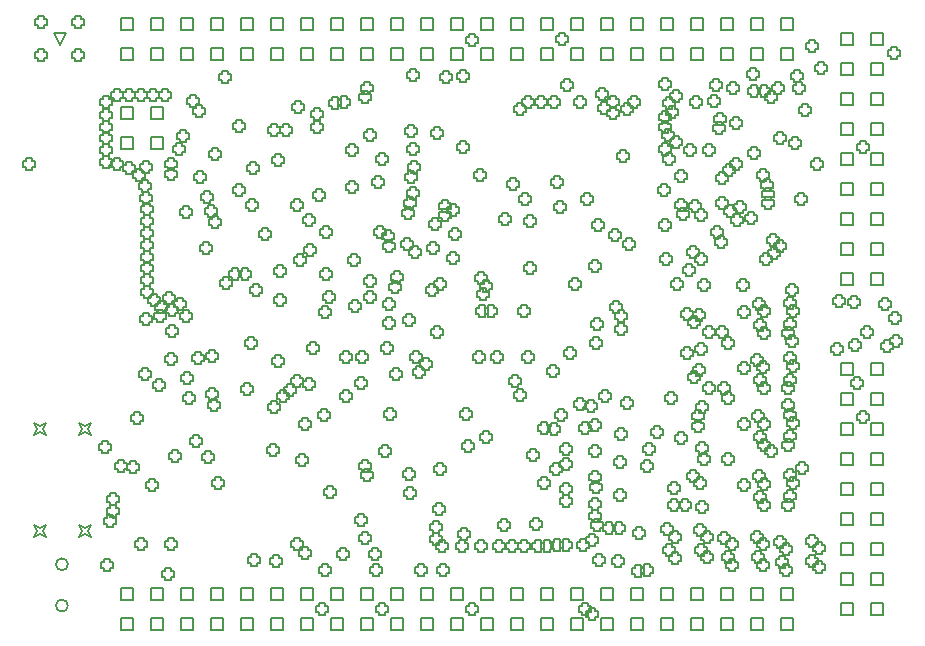
<source format=gbr>
%TF.GenerationSoftware,Altium Limited,Altium Designer,22.10.1 (41)*%
G04 Layer_Color=2752767*
%FSLAX45Y45*%
%MOMM*%
%TF.SameCoordinates,A8474BD1-FA4A-4BD0-88DA-22D9B4FA892B*%
%TF.FilePolarity,Positive*%
%TF.FileFunction,Drawing*%
%TF.Part,Single*%
G01*
G75*
%TA.AperFunction,NonConductor*%
%ADD684C,0.12700*%
%ADD685C,0.16933*%
D684*
X8077200Y2298700D02*
Y2400300D01*
X8178800D01*
Y2298700D01*
X8077200D01*
Y2044700D02*
Y2146300D01*
X8178800D01*
Y2044700D01*
X8077200D01*
Y1790700D02*
Y1892300D01*
X8178800D01*
Y1790700D01*
X8077200D01*
Y1536700D02*
Y1638300D01*
X8178800D01*
Y1536700D01*
X8077200D01*
Y1282700D02*
Y1384300D01*
X8178800D01*
Y1282700D01*
X8077200D01*
Y1028700D02*
Y1130300D01*
X8178800D01*
Y1028700D01*
X8077200D01*
Y774700D02*
Y876300D01*
X8178800D01*
Y774700D01*
X8077200D01*
X8331200Y2298700D02*
Y2400300D01*
X8432800D01*
Y2298700D01*
X8331200D01*
Y2044700D02*
Y2146300D01*
X8432800D01*
Y2044700D01*
X8331200D01*
Y1790700D02*
Y1892300D01*
X8432800D01*
Y1790700D01*
X8331200D01*
Y1536700D02*
Y1638300D01*
X8432800D01*
Y1536700D01*
X8331200D01*
Y1282700D02*
Y1384300D01*
X8432800D01*
Y1282700D01*
X8331200D01*
Y1028700D02*
Y1130300D01*
X8432800D01*
Y1028700D01*
X8331200D01*
Y774700D02*
Y876300D01*
X8432800D01*
Y774700D01*
X8331200D01*
X8077200Y520700D02*
Y622300D01*
X8178800D01*
Y520700D01*
X8077200D01*
Y266700D02*
Y368300D01*
X8178800D01*
Y266700D01*
X8077200D01*
X8331200Y520700D02*
Y622300D01*
X8432800D01*
Y520700D01*
X8331200D01*
Y266700D02*
Y368300D01*
X8432800D01*
Y266700D01*
X8331200D01*
X8077200Y5092700D02*
Y5194300D01*
X8178800D01*
Y5092700D01*
X8077200D01*
Y4838700D02*
Y4940300D01*
X8178800D01*
Y4838700D01*
X8077200D01*
Y4584700D02*
Y4686300D01*
X8178800D01*
Y4584700D01*
X8077200D01*
Y4330700D02*
Y4432300D01*
X8178800D01*
Y4330700D01*
X8077200D01*
Y4076700D02*
Y4178300D01*
X8178800D01*
Y4076700D01*
X8077200D01*
Y3822700D02*
Y3924300D01*
X8178800D01*
Y3822700D01*
X8077200D01*
Y3568700D02*
Y3670300D01*
X8178800D01*
Y3568700D01*
X8077200D01*
X8331200Y5092700D02*
Y5194300D01*
X8432800D01*
Y5092700D01*
X8331200D01*
Y4838700D02*
Y4940300D01*
X8432800D01*
Y4838700D01*
X8331200D01*
Y4584700D02*
Y4686300D01*
X8432800D01*
Y4584700D01*
X8331200D01*
Y4330700D02*
Y4432300D01*
X8432800D01*
Y4330700D01*
X8331200D01*
Y4076700D02*
Y4178300D01*
X8432800D01*
Y4076700D01*
X8331200D01*
Y3822700D02*
Y3924300D01*
X8432800D01*
Y3822700D01*
X8331200D01*
Y3568700D02*
Y3670300D01*
X8432800D01*
Y3568700D01*
X8331200D01*
X8077200Y3314700D02*
Y3416300D01*
X8178800D01*
Y3314700D01*
X8077200D01*
Y3060700D02*
Y3162300D01*
X8178800D01*
Y3060700D01*
X8077200D01*
X8331200Y3314700D02*
Y3416300D01*
X8432800D01*
Y3314700D01*
X8331200D01*
Y3060700D02*
Y3162300D01*
X8432800D01*
Y3060700D01*
X8331200D01*
X1981200Y139700D02*
Y241300D01*
X2082800D01*
Y139700D01*
X1981200D01*
X2235200D02*
Y241300D01*
X2336800D01*
Y139700D01*
X2235200D01*
X2489200D02*
Y241300D01*
X2590800D01*
Y139700D01*
X2489200D01*
X2743200D02*
Y241300D01*
X2844800D01*
Y139700D01*
X2743200D01*
X2997200D02*
Y241300D01*
X3098800D01*
Y139700D01*
X2997200D01*
X3251200D02*
Y241300D01*
X3352800D01*
Y139700D01*
X3251200D01*
X3505200D02*
Y241300D01*
X3606800D01*
Y139700D01*
X3505200D01*
X3759200D02*
Y241300D01*
X3860800D01*
Y139700D01*
X3759200D01*
X4013200D02*
Y241300D01*
X4114800D01*
Y139700D01*
X4013200D01*
X4267200D02*
Y241300D01*
X4368800D01*
Y139700D01*
X4267200D01*
X4521200D02*
Y241300D01*
X4622800D01*
Y139700D01*
X4521200D01*
X4775200D02*
Y241300D01*
X4876800D01*
Y139700D01*
X4775200D01*
X5029200D02*
Y241300D01*
X5130800D01*
Y139700D01*
X5029200D01*
X5283200D02*
Y241300D01*
X5384800D01*
Y139700D01*
X5283200D01*
X5537200D02*
Y241300D01*
X5638800D01*
Y139700D01*
X5537200D01*
X5791200D02*
Y241300D01*
X5892800D01*
Y139700D01*
X5791200D01*
X6045200D02*
Y241300D01*
X6146800D01*
Y139700D01*
X6045200D01*
X6299200D02*
Y241300D01*
X6400800D01*
Y139700D01*
X6299200D01*
X6553200D02*
Y241300D01*
X6654800D01*
Y139700D01*
X6553200D01*
X6807200D02*
Y241300D01*
X6908800D01*
Y139700D01*
X6807200D01*
X7061200D02*
Y241300D01*
X7162800D01*
Y139700D01*
X7061200D01*
X7315200D02*
Y241300D01*
X7416800D01*
Y139700D01*
X7315200D01*
X7569200D02*
Y241300D01*
X7670800D01*
Y139700D01*
X7569200D01*
X1981200Y393700D02*
Y495300D01*
X2082800D01*
Y393700D01*
X1981200D01*
X2235200D02*
Y495300D01*
X2336800D01*
Y393700D01*
X2235200D01*
X2489200D02*
Y495300D01*
X2590800D01*
Y393700D01*
X2489200D01*
X2743200D02*
Y495300D01*
X2844800D01*
Y393700D01*
X2743200D01*
X2997200D02*
Y495300D01*
X3098800D01*
Y393700D01*
X2997200D01*
X3251200D02*
Y495300D01*
X3352800D01*
Y393700D01*
X3251200D01*
X3505200D02*
Y495300D01*
X3606800D01*
Y393700D01*
X3505200D01*
X3759200D02*
Y495300D01*
X3860800D01*
Y393700D01*
X3759200D01*
X4013200D02*
Y495300D01*
X4114800D01*
Y393700D01*
X4013200D01*
X4267200D02*
Y495300D01*
X4368800D01*
Y393700D01*
X4267200D01*
X4521200D02*
Y495300D01*
X4622800D01*
Y393700D01*
X4521200D01*
X4775200D02*
Y495300D01*
X4876800D01*
Y393700D01*
X4775200D01*
X5029200D02*
Y495300D01*
X5130800D01*
Y393700D01*
X5029200D01*
X5283200D02*
Y495300D01*
X5384800D01*
Y393700D01*
X5283200D01*
X5537200D02*
Y495300D01*
X5638800D01*
Y393700D01*
X5537200D01*
X5791200D02*
Y495300D01*
X5892800D01*
Y393700D01*
X5791200D01*
X6045200D02*
Y495300D01*
X6146800D01*
Y393700D01*
X6045200D01*
X6299200D02*
Y495300D01*
X6400800D01*
Y393700D01*
X6299200D01*
X6553200D02*
Y495300D01*
X6654800D01*
Y393700D01*
X6553200D01*
X6807200D02*
Y495300D01*
X6908800D01*
Y393700D01*
X6807200D01*
X7061200D02*
Y495300D01*
X7162800D01*
Y393700D01*
X7061200D01*
X7315200D02*
Y495300D01*
X7416800D01*
Y393700D01*
X7315200D01*
X7569200D02*
Y495300D01*
X7670800D01*
Y393700D01*
X7569200D01*
X1981200Y4965700D02*
Y5067300D01*
X2082800D01*
Y4965700D01*
X1981200D01*
X2235200D02*
Y5067300D01*
X2336800D01*
Y4965700D01*
X2235200D01*
X2489200D02*
Y5067300D01*
X2590800D01*
Y4965700D01*
X2489200D01*
X2743200D02*
Y5067300D01*
X2844800D01*
Y4965700D01*
X2743200D01*
X2997200D02*
Y5067300D01*
X3098800D01*
Y4965700D01*
X2997200D01*
X3251200D02*
Y5067300D01*
X3352800D01*
Y4965700D01*
X3251200D01*
X3505200D02*
Y5067300D01*
X3606800D01*
Y4965700D01*
X3505200D01*
X3759200D02*
Y5067300D01*
X3860800D01*
Y4965700D01*
X3759200D01*
X4013200D02*
Y5067300D01*
X4114800D01*
Y4965700D01*
X4013200D01*
X4267200D02*
Y5067300D01*
X4368800D01*
Y4965700D01*
X4267200D01*
X4521200D02*
Y5067300D01*
X4622800D01*
Y4965700D01*
X4521200D01*
X4775200D02*
Y5067300D01*
X4876800D01*
Y4965700D01*
X4775200D01*
X5029200D02*
Y5067300D01*
X5130800D01*
Y4965700D01*
X5029200D01*
X5283200D02*
Y5067300D01*
X5384800D01*
Y4965700D01*
X5283200D01*
X5537200D02*
Y5067300D01*
X5638800D01*
Y4965700D01*
X5537200D01*
X5791200D02*
Y5067300D01*
X5892800D01*
Y4965700D01*
X5791200D01*
X6045200D02*
Y5067300D01*
X6146800D01*
Y4965700D01*
X6045200D01*
X6299200D02*
Y5067300D01*
X6400800D01*
Y4965700D01*
X6299200D01*
X6553200D02*
Y5067300D01*
X6654800D01*
Y4965700D01*
X6553200D01*
X6807200D02*
Y5067300D01*
X6908800D01*
Y4965700D01*
X6807200D01*
X7061200D02*
Y5067300D01*
X7162800D01*
Y4965700D01*
X7061200D01*
X7315200D02*
Y5067300D01*
X7416800D01*
Y4965700D01*
X7315200D01*
X7569200D02*
Y5067300D01*
X7670800D01*
Y4965700D01*
X7569200D01*
X1981200Y5219700D02*
Y5321300D01*
X2082800D01*
Y5219700D01*
X1981200D01*
X2235200D02*
Y5321300D01*
X2336800D01*
Y5219700D01*
X2235200D01*
X2489200D02*
Y5321300D01*
X2590800D01*
Y5219700D01*
X2489200D01*
X2743200D02*
Y5321300D01*
X2844800D01*
Y5219700D01*
X2743200D01*
X2997200D02*
Y5321300D01*
X3098800D01*
Y5219700D01*
X2997200D01*
X3251200D02*
Y5321300D01*
X3352800D01*
Y5219700D01*
X3251200D01*
X3505200D02*
Y5321300D01*
X3606800D01*
Y5219700D01*
X3505200D01*
X3759200D02*
Y5321300D01*
X3860800D01*
Y5219700D01*
X3759200D01*
X4013200D02*
Y5321300D01*
X4114800D01*
Y5219700D01*
X4013200D01*
X4267200D02*
Y5321300D01*
X4368800D01*
Y5219700D01*
X4267200D01*
X4521200D02*
Y5321300D01*
X4622800D01*
Y5219700D01*
X4521200D01*
X4775200D02*
Y5321300D01*
X4876800D01*
Y5219700D01*
X4775200D01*
X5029200D02*
Y5321300D01*
X5130800D01*
Y5219700D01*
X5029200D01*
X5283200D02*
Y5321300D01*
X5384800D01*
Y5219700D01*
X5283200D01*
X5537200D02*
Y5321300D01*
X5638800D01*
Y5219700D01*
X5537200D01*
X5791200D02*
Y5321300D01*
X5892800D01*
Y5219700D01*
X5791200D01*
X6045200D02*
Y5321300D01*
X6146800D01*
Y5219700D01*
X6045200D01*
X6299200D02*
Y5321300D01*
X6400800D01*
Y5219700D01*
X6299200D01*
X6553200D02*
Y5321300D01*
X6654800D01*
Y5219700D01*
X6553200D01*
X6807200D02*
Y5321300D01*
X6908800D01*
Y5219700D01*
X6807200D01*
X7061200D02*
Y5321300D01*
X7162800D01*
Y5219700D01*
X7061200D01*
X7315200D02*
Y5321300D01*
X7416800D01*
Y5219700D01*
X7315200D01*
X7569200D02*
Y5321300D01*
X7670800D01*
Y5219700D01*
X7569200D01*
X2235200Y4461600D02*
Y4563200D01*
X2336800D01*
Y4461600D01*
X2235200D01*
Y4207600D02*
Y4309200D01*
X2336800D01*
Y4207600D01*
X2235200D01*
X1981200Y4461600D02*
Y4563200D01*
X2082800D01*
Y4461600D01*
X1981200D01*
Y4207600D02*
Y4309200D01*
X2082800D01*
Y4207600D01*
X1981200D01*
X1621200Y927200D02*
X1646600Y978000D01*
X1621200Y1028800D01*
X1672000Y1003400D01*
X1722800Y1028800D01*
X1697400Y978000D01*
X1722800Y927200D01*
X1672000Y952600D01*
X1621200Y927200D01*
X1241200D02*
X1266600Y978000D01*
X1241200Y1028800D01*
X1292000Y1003400D01*
X1342800Y1028800D01*
X1317400Y978000D01*
X1342800Y927200D01*
X1292000Y952600D01*
X1241200Y927200D01*
X1621200Y1791200D02*
X1646600Y1842000D01*
X1621200Y1892800D01*
X1672000Y1867400D01*
X1722800Y1892800D01*
X1697400Y1842000D01*
X1722800Y1791200D01*
X1672000Y1816600D01*
X1621200Y1791200D01*
X1241200D02*
X1266600Y1842000D01*
X1241200Y1892800D01*
X1292000Y1867400D01*
X1342800Y1892800D01*
X1317400Y1842000D01*
X1342800Y1791200D01*
X1292000Y1816600D01*
X1241200Y1791200D01*
X1460500Y5092700D02*
X1409700Y5194300D01*
X1511300D01*
X1460500Y5092700D01*
X3444600Y844600D02*
Y819200D01*
X3495400D01*
Y844600D01*
X3520800D01*
Y895400D01*
X3495400D01*
Y920800D01*
X3444600D01*
Y895400D01*
X3419200D01*
Y844600D01*
X3444600D01*
X3725032Y1280937D02*
Y1255537D01*
X3775832D01*
Y1280937D01*
X3801232D01*
Y1331737D01*
X3775832D01*
Y1357137D01*
X3725032D01*
Y1331737D01*
X3699632D01*
Y1280937D01*
X3725032D01*
X6186515Y2771552D02*
Y2746152D01*
X6237315D01*
Y2771552D01*
X6262715D01*
Y2822352D01*
X6237315D01*
Y2847752D01*
X6186515D01*
Y2822352D01*
X6161115D01*
Y2771552D01*
X6186515D01*
X6146870Y2850296D02*
Y2824896D01*
X6197670D01*
Y2850296D01*
X6223070D01*
Y2901096D01*
X6197670D01*
Y2926496D01*
X6146870D01*
Y2901096D01*
X6121470D01*
Y2850296D01*
X6146870D01*
X5982272Y2703197D02*
Y2677797D01*
X6033072D01*
Y2703197D01*
X6058472D01*
Y2753997D01*
X6033072D01*
Y2779397D01*
X5982272D01*
Y2753997D01*
X5956872D01*
Y2703197D01*
X5982272D01*
X6843614Y1837209D02*
Y1811809D01*
X6894414D01*
Y1837209D01*
X6919814D01*
Y1888009D01*
X6894414D01*
Y1913409D01*
X6843614D01*
Y1888009D01*
X6818214D01*
Y1837209D01*
X6843614D01*
X6492397Y1789303D02*
Y1763903D01*
X6543197D01*
Y1789303D01*
X6568597D01*
Y1840103D01*
X6543197D01*
Y1865503D01*
X6492397D01*
Y1840103D01*
X6466997D01*
Y1789303D01*
X6492397D01*
X6174466Y975572D02*
Y950172D01*
X6225266D01*
Y975572D01*
X6250666D01*
Y1026372D01*
X6225266D01*
Y1051772D01*
X6174466D01*
Y1026372D01*
X6149066D01*
Y975572D01*
X6174466D01*
X6083703Y980744D02*
Y955344D01*
X6134503D01*
Y980744D01*
X6159903D01*
Y1031544D01*
X6134503D01*
Y1056944D01*
X6083703D01*
Y1031544D01*
X6058303D01*
Y980744D01*
X6083703D01*
X6054600Y2094600D02*
Y2069200D01*
X6105400D01*
Y2094600D01*
X6130800D01*
Y2145400D01*
X6105400D01*
Y2170800D01*
X6054600D01*
Y2145400D01*
X6029200D01*
Y2094600D01*
X6054600D01*
X6412895Y1500086D02*
Y1474686D01*
X6463695D01*
Y1500086D01*
X6489095D01*
Y1550886D01*
X6463695D01*
Y1576286D01*
X6412895D01*
Y1550886D01*
X6387495D01*
Y1500086D01*
X6412895D01*
X5884600Y1824600D02*
Y1799200D01*
X5935400D01*
Y1824600D01*
X5960800D01*
Y1875400D01*
X5935400D01*
Y1900800D01*
X5884600D01*
Y1875400D01*
X5859200D01*
Y1824600D01*
X5884600D01*
X5534600D02*
Y1799200D01*
X5585400D01*
Y1824600D01*
X5610800D01*
Y1875400D01*
X5585400D01*
Y1900800D01*
X5534600D01*
Y1875400D01*
X5509200D01*
Y1824600D01*
X5534600D01*
X5624600Y1814600D02*
Y1789200D01*
X5675400D01*
Y1814600D01*
X5700800D01*
Y1865400D01*
X5675400D01*
Y1890800D01*
X5624600D01*
Y1865400D01*
X5599200D01*
Y1814600D01*
X5624600D01*
X6004600Y704600D02*
Y679200D01*
X6055400D01*
Y704600D01*
X6080800D01*
Y755400D01*
X6055400D01*
Y780800D01*
X6004600D01*
Y755400D01*
X5979200D01*
Y704600D01*
X6004600D01*
X6164600Y697100D02*
Y671700D01*
X6215400D01*
Y697100D01*
X6240800D01*
Y747900D01*
X6215400D01*
Y773300D01*
X6164600D01*
Y747900D01*
X6139200D01*
Y697100D01*
X6164600D01*
X5965247Y1406363D02*
Y1380963D01*
X6016047D01*
Y1406363D01*
X6041447D01*
Y1457163D01*
X6016047D01*
Y1482563D01*
X5965247D01*
Y1457163D01*
X5939847D01*
Y1406363D01*
X5965247D01*
X5973367Y1327060D02*
Y1301660D01*
X6024167D01*
Y1327060D01*
X6049567D01*
Y1377860D01*
X6024167D01*
Y1403260D01*
X5973367D01*
Y1377860D01*
X5947967D01*
Y1327060D01*
X5973367D01*
X6243205Y2036171D02*
Y2010771D01*
X6294005D01*
Y2036171D01*
X6319405D01*
Y2086971D01*
X6294005D01*
Y2112371D01*
X6243205D01*
Y2086971D01*
X6217805D01*
Y2036171D01*
X6243205D01*
X6187990Y1771225D02*
Y1745825D01*
X6238790D01*
Y1771225D01*
X6264190D01*
Y1822025D01*
X6238790D01*
Y1847425D01*
X6187990D01*
Y1822025D01*
X6162590D01*
Y1771225D01*
X6187990D01*
X5969291Y1180248D02*
Y1154848D01*
X6020091D01*
Y1180248D01*
X6045491D01*
Y1231048D01*
X6020091D01*
Y1256448D01*
X5969291D01*
Y1231048D01*
X5943891D01*
Y1180248D01*
X5969291D01*
X5969600Y1630030D02*
Y1604630D01*
X6020400D01*
Y1630030D01*
X6045800D01*
Y1680830D01*
X6020400D01*
Y1706230D01*
X5969600D01*
Y1680830D01*
X5944200D01*
Y1630030D01*
X5969600D01*
X5944600Y874600D02*
Y849200D01*
X5995400D01*
Y874600D01*
X6020800D01*
Y925400D01*
X5995400D01*
Y950800D01*
X5944600D01*
Y925400D01*
X5919200D01*
Y874600D01*
X5944600D01*
X5984617Y1004513D02*
Y979113D01*
X6035417D01*
Y1004513D01*
X6060817D01*
Y1055313D01*
X6035417D01*
Y1080713D01*
X5984617D01*
Y1055313D01*
X5959217D01*
Y1004513D01*
X5984617D01*
X5969578Y1077990D02*
Y1052590D01*
X6020378D01*
Y1077990D01*
X6045778D01*
Y1128790D01*
X6020378D01*
Y1154190D01*
X5969578D01*
Y1128790D01*
X5944178D01*
Y1077990D01*
X5969578D01*
X6176145Y1253354D02*
Y1227954D01*
X6226945D01*
Y1253354D01*
X6252345D01*
Y1304154D01*
X6226945D01*
Y1329554D01*
X6176145D01*
Y1304154D01*
X6150745D01*
Y1253354D01*
X6176145D01*
X6344600Y934600D02*
Y909200D01*
X6395400D01*
Y934600D01*
X6420800D01*
Y985400D01*
X6395400D01*
Y1010800D01*
X6344600D01*
Y985400D01*
X6319200D01*
Y934600D01*
X6344600D01*
X5942233Y247299D02*
Y221899D01*
X5993033D01*
Y247299D01*
X6018433D01*
Y298099D01*
X5993033D01*
Y323499D01*
X5942233D01*
Y298099D01*
X5916833D01*
Y247299D01*
X5942233D01*
X5882040Y292040D02*
Y266640D01*
X5932840D01*
Y292040D01*
X5958240D01*
Y342840D01*
X5932840D01*
Y368240D01*
X5882040D01*
Y342840D01*
X5856640D01*
Y292040D01*
X5882040D01*
X6409985Y622509D02*
Y597109D01*
X6460785D01*
Y622509D01*
X6486185D01*
Y673309D01*
X6460785D01*
Y698709D01*
X6409985D01*
Y673309D01*
X6384585D01*
Y622509D01*
X6409985D01*
X6334600Y614600D02*
Y589200D01*
X6385400D01*
Y614600D01*
X6410800D01*
Y665400D01*
X6385400D01*
Y690800D01*
X6334600D01*
Y665400D01*
X6309200D01*
Y614600D01*
X6334600D01*
X5864600Y833813D02*
Y808413D01*
X5915400D01*
Y833813D01*
X5940800D01*
Y884613D01*
X5915400D01*
Y910013D01*
X5864600D01*
Y884613D01*
X5839200D01*
Y833813D01*
X5864600D01*
X6182714Y1538468D02*
Y1513068D01*
X6233514D01*
Y1538468D01*
X6258914D01*
Y1589268D01*
X6233514D01*
Y1614668D01*
X6182714D01*
Y1589268D01*
X6157314D01*
Y1538468D01*
X6182714D01*
X5972774Y1849600D02*
Y1824200D01*
X6023574D01*
Y1849600D01*
X6048974D01*
Y1900400D01*
X6023574D01*
Y1925800D01*
X5972774D01*
Y1900400D01*
X5947374D01*
Y1849600D01*
X5972774D01*
X5719600Y829600D02*
Y804200D01*
X5770400D01*
Y829600D01*
X5795800D01*
Y880400D01*
X5770400D01*
Y905800D01*
X5719600D01*
Y880400D01*
X5694200D01*
Y829600D01*
X5719600D01*
X5644606Y828656D02*
Y803256D01*
X5695406D01*
Y828656D01*
X5720806D01*
Y879456D01*
X5695406D01*
Y904856D01*
X5644606D01*
Y879456D01*
X5619206D01*
Y828656D01*
X5644606D01*
X5465777Y1013261D02*
Y987861D01*
X5516577D01*
Y1013261D01*
X5541977D01*
Y1064061D01*
X5516577D01*
Y1089461D01*
X5465777D01*
Y1064061D01*
X5440377D01*
Y1013261D01*
X5465777D01*
X5564302Y825542D02*
Y800142D01*
X5615102D01*
Y825542D01*
X5640502D01*
Y876342D01*
X5615102D01*
Y901742D01*
X5564302D01*
Y876342D01*
X5538902D01*
Y825542D01*
X5564302D01*
X5484120Y827461D02*
Y802061D01*
X5534920D01*
Y827461D01*
X5560320D01*
Y878261D01*
X5534920D01*
Y903661D01*
X5484120D01*
Y878261D01*
X5458720D01*
Y827461D01*
X5484120D01*
X5364600Y824600D02*
Y799200D01*
X5415400D01*
Y824600D01*
X5440800D01*
Y875400D01*
X5415400D01*
Y900800D01*
X5364600D01*
Y875400D01*
X5339200D01*
Y824600D01*
X5364600D01*
X5194600Y1004600D02*
Y979200D01*
X5245400D01*
Y1004600D01*
X5270800D01*
Y1055400D01*
X5245400D01*
Y1080800D01*
X5194600D01*
Y1055400D01*
X5169200D01*
Y1004600D01*
X5194600D01*
X5153938Y822894D02*
Y797494D01*
X5204738D01*
Y822894D01*
X5230138D01*
Y873694D01*
X5204738D01*
Y899094D01*
X5153938D01*
Y873694D01*
X5128538D01*
Y822894D01*
X5153938D01*
X5839180Y2028554D02*
Y2003154D01*
X5889980D01*
Y2028554D01*
X5915380D01*
Y2079354D01*
X5889980D01*
Y2104754D01*
X5839180D01*
Y2079354D01*
X5813780D01*
Y2028554D01*
X5839180D01*
X5934600Y2013184D02*
Y1987784D01*
X5985400D01*
Y2013184D01*
X6010800D01*
Y2063984D01*
X5985400D01*
Y2089384D01*
X5934600D01*
Y2063984D01*
X5909200D01*
Y2013184D01*
X5934600D01*
X7094600Y2074600D02*
Y2049200D01*
X7145400D01*
Y2074600D01*
X7170800D01*
Y2125400D01*
X7145400D01*
Y2150800D01*
X7094600D01*
Y2125400D01*
X7069200D01*
Y2074600D01*
X7094600D01*
X7064600Y2164600D02*
Y2139200D01*
X7115400D01*
Y2164600D01*
X7140800D01*
Y2215400D01*
X7115400D01*
Y2240800D01*
X7064600D01*
Y2215400D01*
X7039200D01*
Y2164600D01*
X7064600D01*
X6934600D02*
Y2139200D01*
X6985400D01*
Y2164600D01*
X7010800D01*
Y2215400D01*
X6985400D01*
Y2240800D01*
X6934600D01*
Y2215400D01*
X6909200D01*
Y2164600D01*
X6934600D01*
Y2634600D02*
Y2609200D01*
X6985400D01*
Y2634600D01*
X7010800D01*
Y2685400D01*
X6985400D01*
Y2710800D01*
X6934600D01*
Y2685400D01*
X6909200D01*
Y2634600D01*
X6934600D01*
X7044600D02*
Y2609200D01*
X7095400D01*
Y2634600D01*
X7120800D01*
Y2685400D01*
X7095400D01*
Y2710800D01*
X7044600D01*
Y2685400D01*
X7019200D01*
Y2634600D01*
X7044600D01*
X6894600Y3034600D02*
Y3009200D01*
X6945400D01*
Y3034600D01*
X6970800D01*
Y3085400D01*
X6945400D01*
Y3110800D01*
X6894600D01*
Y3085400D01*
X6869200D01*
Y3034600D01*
X6894600D01*
X3844600Y4587100D02*
Y4561700D01*
X3895400D01*
Y4587100D01*
X3920800D01*
Y4637900D01*
X3895400D01*
Y4663300D01*
X3844600D01*
Y4637900D01*
X3819200D01*
Y4587100D01*
X3844600D01*
X4414600Y4334600D02*
Y4309200D01*
X4465400D01*
Y4334600D01*
X4490800D01*
Y4385400D01*
X4465400D01*
Y4410800D01*
X4414600D01*
Y4385400D01*
X4389200D01*
Y4334600D01*
X4414600D01*
X1275100Y5258100D02*
Y5232700D01*
X1325900D01*
Y5258100D01*
X1351300D01*
Y5308900D01*
X1325900D01*
Y5334300D01*
X1275100D01*
Y5308900D01*
X1249700D01*
Y5258100D01*
X1275100D01*
Y4978100D02*
Y4952700D01*
X1325900D01*
Y4978100D01*
X1351300D01*
Y5028900D01*
X1325900D01*
Y5054300D01*
X1275100D01*
Y5028900D01*
X1249700D01*
Y4978100D01*
X1275100D01*
X1595100D02*
Y4952700D01*
X1645900D01*
Y4978100D01*
X1671300D01*
Y5028900D01*
X1645900D01*
Y5054300D01*
X1595100D01*
Y5028900D01*
X1569700D01*
Y4978100D01*
X1595100D01*
Y5258100D02*
Y5232700D01*
X1645900D01*
Y5258100D01*
X1671300D01*
Y5308900D01*
X1645900D01*
Y5334300D01*
X1595100D01*
Y5308900D01*
X1569700D01*
Y5258100D01*
X1595100D01*
X4657347Y1478002D02*
Y1452602D01*
X4708147D01*
Y1478002D01*
X4733547D01*
Y1528802D01*
X4708147D01*
Y1554202D01*
X4657347D01*
Y1528802D01*
X4631947D01*
Y1478002D01*
X4657347D01*
X7353377Y2873139D02*
Y2847739D01*
X7404177D01*
Y2873139D01*
X7429577D01*
Y2923939D01*
X7404177D01*
Y2949339D01*
X7353377D01*
Y2923939D01*
X7327977D01*
Y2873139D01*
X7353377D01*
X7354669Y1416014D02*
Y1390614D01*
X7405469D01*
Y1416014D01*
X7430869D01*
Y1466814D01*
X7405469D01*
Y1492214D01*
X7354669D01*
Y1466814D01*
X7329269D01*
Y1416014D01*
X7354669D01*
X7351772Y1926059D02*
Y1900659D01*
X7402572D01*
Y1926059D01*
X7427972D01*
Y1976859D01*
X7402572D01*
Y2002259D01*
X7351772D01*
Y1976859D01*
X7326372D01*
Y1926059D01*
X7351772D01*
X7398990Y1860014D02*
Y1834614D01*
X7449790D01*
Y1860014D01*
X7475190D01*
Y1910814D01*
X7449790D01*
Y1936214D01*
X7398990D01*
Y1910814D01*
X7373590D01*
Y1860014D01*
X7398990D01*
X6047413Y4536755D02*
Y4511355D01*
X6098213D01*
Y4536755D01*
X6123613D01*
Y4587555D01*
X6098213D01*
Y4612955D01*
X6047413D01*
Y4587555D01*
X6022013D01*
Y4536755D01*
X6047413D01*
X6117004Y4492997D02*
Y4467597D01*
X6167804D01*
Y4492997D01*
X6193204D01*
Y4543797D01*
X6167804D01*
Y4569197D01*
X6117004D01*
Y4543797D01*
X6091604D01*
Y4492997D01*
X6117004D01*
X6024600Y4654600D02*
Y4629200D01*
X6075400D01*
Y4654600D01*
X6100800D01*
Y4705400D01*
X6075400D01*
Y4730800D01*
X6024600D01*
Y4705400D01*
X5999200D01*
Y4654600D01*
X6024600D01*
X6564600Y4732100D02*
Y4706700D01*
X6615400D01*
Y4732100D01*
X6640800D01*
Y4782900D01*
X6615400D01*
Y4808300D01*
X6564600D01*
Y4782900D01*
X6539200D01*
Y4732100D01*
X6564600D01*
X6204600Y4124600D02*
Y4099200D01*
X6255400D01*
Y4124600D01*
X6280800D01*
Y4175400D01*
X6255400D01*
Y4200800D01*
X6204600D01*
Y4175400D01*
X6179200D01*
Y4124600D01*
X6204600D01*
X6634600Y1174600D02*
Y1149200D01*
X6685400D01*
Y1174600D01*
X6710800D01*
Y1225400D01*
X6685400D01*
Y1250800D01*
X6634600D01*
Y1225400D01*
X6609200D01*
Y1174600D01*
X6634600D01*
Y1314600D02*
Y1289200D01*
X6685400D01*
Y1314600D01*
X6710800D01*
Y1365400D01*
X6685400D01*
Y1390800D01*
X6634600D01*
Y1365400D01*
X6609200D01*
Y1314600D01*
X6634600D01*
X5992725Y3538195D02*
Y3512795D01*
X6043525D01*
Y3538195D01*
X6068925D01*
Y3588995D01*
X6043525D01*
Y3614395D01*
X5992725D01*
Y3588995D01*
X5967325D01*
Y3538195D01*
X5992725D01*
X5203857Y3595907D02*
Y3570507D01*
X5254657D01*
Y3595907D01*
X5280057D01*
Y3646707D01*
X5254657D01*
Y3672107D01*
X5203857D01*
Y3646707D01*
X5178457D01*
Y3595907D01*
X5203857D01*
X5677923Y1934598D02*
Y1909198D01*
X5728723D01*
Y1934598D01*
X5754123D01*
Y1985398D01*
X5728723D01*
Y2010798D01*
X5677923D01*
Y1985398D01*
X5652523D01*
Y1934598D01*
X5677923D01*
X6695982Y3953218D02*
Y3927818D01*
X6746782D01*
Y3953218D01*
X6772182D01*
Y4004018D01*
X6746782D01*
Y4029418D01*
X6695982D01*
Y4004018D01*
X6670582D01*
Y3953218D01*
X6695982D01*
X6594600Y4104600D02*
Y4079200D01*
X6645400D01*
Y4104600D01*
X6670800D01*
Y4155400D01*
X6645400D01*
Y4180800D01*
X6594600D01*
Y4155400D01*
X6569200D01*
Y4104600D01*
X6594600D01*
X6551080Y3841938D02*
Y3816538D01*
X6601880D01*
Y3841938D01*
X6627280D01*
Y3892738D01*
X6601880D01*
Y3918138D01*
X6551080D01*
Y3892738D01*
X6525680D01*
Y3841938D01*
X6551080D01*
X6559088Y3539115D02*
Y3513715D01*
X6609888D01*
Y3539115D01*
X6635288D01*
Y3589915D01*
X6609888D01*
Y3615315D01*
X6559088D01*
Y3589915D01*
X6533688D01*
Y3539115D01*
X6559088D01*
X6874600Y1154600D02*
Y1129200D01*
X6925400D01*
Y1154600D01*
X6950800D01*
Y1205400D01*
X6925400D01*
Y1230800D01*
X6874600D01*
Y1205400D01*
X6849200D01*
Y1154600D01*
X6874600D01*
X7618568Y1423824D02*
Y1398424D01*
X7669368D01*
Y1423824D01*
X7694768D01*
Y1474624D01*
X7669368D01*
Y1500024D01*
X7618568D01*
Y1474624D01*
X7593168D01*
Y1423824D01*
X7618568D01*
X7600805Y2022100D02*
Y1996700D01*
X7651605D01*
Y2022100D01*
X7677005D01*
Y2072900D01*
X7651605D01*
Y2098300D01*
X7600805D01*
Y2072900D01*
X7575405D01*
Y2022100D01*
X7600805D01*
X7603493Y2159988D02*
Y2134588D01*
X7654293D01*
Y2159988D01*
X7679693D01*
Y2210788D01*
X7654293D01*
Y2236188D01*
X7603493D01*
Y2210788D01*
X7578093D01*
Y2159988D01*
X7603493D01*
X7637879Y2558584D02*
Y2533184D01*
X7688679D01*
Y2558584D01*
X7714079D01*
Y2609384D01*
X7688679D01*
Y2634784D01*
X7637879D01*
Y2609384D01*
X7612479D01*
Y2558584D01*
X7637879D01*
X7648136Y2344898D02*
Y2319498D01*
X7698936D01*
Y2344898D01*
X7724336D01*
Y2395698D01*
X7698936D01*
Y2421098D01*
X7648136D01*
Y2395698D01*
X7622736D01*
Y2344898D01*
X7648136D01*
X7618568Y2413823D02*
Y2388423D01*
X7669368D01*
Y2413823D01*
X7694768D01*
Y2464623D01*
X7669368D01*
Y2490023D01*
X7618568D01*
Y2464623D01*
X7593168D01*
Y2413823D01*
X7618568D01*
X7634600Y2994600D02*
Y2969200D01*
X7685400D01*
Y2994600D01*
X7710800D01*
Y3045400D01*
X7685400D01*
Y3070800D01*
X7634600D01*
Y3045400D01*
X7609200D01*
Y2994600D01*
X7634600D01*
X7459712Y1631401D02*
Y1606001D01*
X7510512D01*
Y1631401D01*
X7535912D01*
Y1682201D01*
X7510512D01*
Y1707601D01*
X7459712D01*
Y1682201D01*
X7434312D01*
Y1631401D01*
X7459712D01*
X7365009Y1747027D02*
Y1721627D01*
X7415809D01*
Y1747027D01*
X7441209D01*
Y1797827D01*
X7415809D01*
Y1823227D01*
X7365009D01*
Y1797827D01*
X7339609D01*
Y1747027D01*
X7365009D01*
X7399723Y1680544D02*
Y1655144D01*
X7450523D01*
Y1680544D01*
X7475923D01*
Y1731344D01*
X7450523D01*
Y1756744D01*
X7399723D01*
Y1731344D01*
X7374323D01*
Y1680544D01*
X7399723D01*
X6734600Y1174600D02*
Y1149200D01*
X6785400D01*
Y1174600D01*
X6810800D01*
Y1225400D01*
X6785400D01*
Y1250800D01*
X6734600D01*
Y1225400D01*
X6709200D01*
Y1174600D01*
X6734600D01*
X4215181Y3445870D02*
Y3420470D01*
X4265981D01*
Y3445870D01*
X4291381D01*
Y3496670D01*
X4265981D01*
Y3522070D01*
X4215181D01*
Y3496670D01*
X4189781D01*
Y3445870D01*
X4215181D01*
X4152417Y3486927D02*
Y3461527D01*
X4203217D01*
Y3486927D01*
X4228617D01*
Y3537727D01*
X4203217D01*
Y3563127D01*
X4152417D01*
Y3537727D01*
X4127017D01*
Y3486927D01*
X4152417D01*
X4224600Y3364600D02*
Y3339200D01*
X4275400D01*
Y3364600D01*
X4300800D01*
Y3415400D01*
X4275400D01*
Y3440800D01*
X4224600D01*
Y3415400D01*
X4199200D01*
Y3364600D01*
X4224600D01*
X6567729Y3250307D02*
Y3224907D01*
X6618529D01*
Y3250307D01*
X6643929D01*
Y3301107D01*
X6618529D01*
Y3326507D01*
X6567729D01*
Y3301107D01*
X6542329D01*
Y3250307D01*
X6567729D01*
X4034600Y4704600D02*
Y4679200D01*
X4085400D01*
Y4704600D01*
X4110800D01*
Y4755400D01*
X4085400D01*
Y4780800D01*
X4034600D01*
Y4755400D01*
X4009200D01*
Y4704600D01*
X4034600D01*
X4024600Y4624600D02*
Y4599200D01*
X4075400D01*
Y4624600D01*
X4100800D01*
Y4675400D01*
X4075400D01*
Y4700800D01*
X4024600D01*
Y4675400D01*
X3999200D01*
Y4624600D01*
X4024600D01*
X3764600Y4574600D02*
Y4549200D01*
X3815400D01*
Y4574600D01*
X3840800D01*
Y4625400D01*
X3815400D01*
Y4650800D01*
X3764600D01*
Y4625400D01*
X3739200D01*
Y4574600D01*
X3764600D01*
X4624600Y884600D02*
Y859200D01*
X4675400D01*
Y884600D01*
X4700800D01*
Y935400D01*
X4675400D01*
Y960800D01*
X4624600D01*
Y935400D01*
X4599200D01*
Y884600D01*
X4624600D01*
X4674600Y824600D02*
Y799200D01*
X4725400D01*
Y824600D01*
X4750800D01*
Y875400D01*
X4725400D01*
Y900800D01*
X4674600D01*
Y875400D01*
X4649200D01*
Y824600D01*
X4674600D01*
X4856830Y925513D02*
Y900113D01*
X4907630D01*
Y925513D01*
X4933030D01*
Y976313D01*
X4907630D01*
Y1001713D01*
X4856830D01*
Y976313D01*
X4831430D01*
Y925513D01*
X4856830D01*
X4700505Y3706944D02*
Y3681544D01*
X4751305D01*
Y3706944D01*
X4776705D01*
Y3757744D01*
X4751305D01*
Y3783144D01*
X4700505D01*
Y3757744D01*
X4675105D01*
Y3706944D01*
X4700505D01*
X4763295Y3665926D02*
Y3640526D01*
X4814095D01*
Y3665926D01*
X4839495D01*
Y3716726D01*
X4814095D01*
Y3742126D01*
X4763295D01*
Y3716726D01*
X4737895D01*
Y3665926D01*
X4763295D01*
X3554600Y3334600D02*
Y3309200D01*
X3605400D01*
Y3334600D01*
X3630800D01*
Y3385400D01*
X3605400D01*
Y3410800D01*
X3554600D01*
Y3385400D01*
X3529200D01*
Y3334600D01*
X3554600D01*
X3614600Y4374600D02*
Y4349200D01*
X3665400D01*
Y4374600D01*
X3690800D01*
Y4425400D01*
X3665400D01*
Y4450800D01*
X3614600D01*
Y4425400D01*
X3589200D01*
Y4374600D01*
X3614600D01*
X8424600Y2874600D02*
Y2849200D01*
X8475400D01*
Y2874600D01*
X8500800D01*
Y2925400D01*
X8475400D01*
Y2950800D01*
X8424600D01*
Y2925400D01*
X8399200D01*
Y2874600D01*
X8424600D01*
X4874600Y1944600D02*
Y1919200D01*
X4925400D01*
Y1944600D01*
X4950800D01*
Y1995400D01*
X4925400D01*
Y2020800D01*
X4874600D01*
Y1995400D01*
X4849200D01*
Y1944600D01*
X4874600D01*
X2954600Y3834600D02*
Y3809200D01*
X3005400D01*
Y3834600D01*
X3030800D01*
Y3885400D01*
X3005400D01*
Y3910800D01*
X2954600D01*
Y3885400D01*
X2929200D01*
Y3834600D01*
X2954600D01*
X2614600Y4507433D02*
Y4482033D01*
X2665400D01*
Y4507433D01*
X2690800D01*
Y4558233D01*
X2665400D01*
Y4583633D01*
X2614600D01*
Y4558233D01*
X2589200D01*
Y4507433D01*
X2614600D01*
X6240222Y4528121D02*
Y4502721D01*
X6291022D01*
Y4528121D01*
X6316422D01*
Y4578921D01*
X6291022D01*
Y4604321D01*
X6240222D01*
Y4578921D01*
X6214822D01*
Y4528121D01*
X6240222D01*
X4374600Y3384600D02*
Y3359200D01*
X4425400D01*
Y3384600D01*
X4450800D01*
Y3435400D01*
X4425400D01*
Y3460800D01*
X4374600D01*
Y3435400D01*
X4349200D01*
Y3384600D01*
X4374600D01*
X4444747Y3309906D02*
Y3284506D01*
X4495547D01*
Y3309906D01*
X4520947D01*
Y3360706D01*
X4495547D01*
Y3386106D01*
X4444747D01*
Y3360706D01*
X4419347D01*
Y3309906D01*
X4444747D01*
X7134337Y4698583D02*
Y4673183D01*
X7185137D01*
Y4698583D01*
X7210537D01*
Y4749383D01*
X7185137D01*
Y4774783D01*
X7134337D01*
Y4749383D01*
X7108937D01*
Y4698583D01*
X7134337D01*
X6990127Y4729489D02*
Y4704089D01*
X7040927D01*
Y4729489D01*
X7066327D01*
Y4780289D01*
X7040927D01*
Y4805689D01*
X6990127D01*
Y4780289D01*
X6964727D01*
Y4729489D01*
X6990127D01*
X7023736Y4441248D02*
Y4415848D01*
X7074536D01*
Y4441248D01*
X7099936D01*
Y4492048D01*
X7074536D01*
Y4517448D01*
X7023736D01*
Y4492048D01*
X6998336D01*
Y4441248D01*
X7023736D01*
X7015726Y4364300D02*
Y4338900D01*
X7066526D01*
Y4364300D01*
X7091926D01*
Y4415100D01*
X7066526D01*
Y4440500D01*
X7015726D01*
Y4415100D01*
X6990326D01*
Y4364300D01*
X7015726D01*
X7514600Y4704600D02*
Y4679200D01*
X7565400D01*
Y4704600D01*
X7590800D01*
Y4755400D01*
X7565400D01*
Y4780800D01*
X7514600D01*
Y4755400D01*
X7489200D01*
Y4704600D01*
X7514600D01*
X7677100Y4804600D02*
Y4779200D01*
X7727900D01*
Y4804600D01*
X7753300D01*
Y4855400D01*
X7727900D01*
Y4880800D01*
X7677100D01*
Y4855400D01*
X7651700D01*
Y4804600D01*
X7677100D01*
X3514600Y1854600D02*
Y1829200D01*
X3565400D01*
Y1854600D01*
X3590800D01*
Y1905400D01*
X3565400D01*
Y1930800D01*
X3514600D01*
Y1905400D01*
X3489200D01*
Y1854600D01*
X3514600D01*
X5444600Y1594600D02*
Y1569200D01*
X5495400D01*
Y1594600D01*
X5520800D01*
Y1645400D01*
X5495400D01*
Y1670800D01*
X5444600D01*
Y1645400D01*
X5419200D01*
Y1594600D01*
X5444600D01*
X7647430Y1864600D02*
Y1839200D01*
X7698230D01*
Y1864600D01*
X7723630D01*
Y1915400D01*
X7698230D01*
Y1940800D01*
X7647430D01*
Y1915400D01*
X7622030D01*
Y1864600D01*
X7647430D01*
X7710377Y3765005D02*
Y3739605D01*
X7761177D01*
Y3765005D01*
X7786577D01*
Y3815805D01*
X7761177D01*
Y3841205D01*
X7710377D01*
Y3815805D01*
X7684977D01*
Y3765005D01*
X7710377D01*
X5294600Y2224600D02*
Y2199200D01*
X5345400D01*
Y2224600D01*
X5370800D01*
Y2275400D01*
X5345400D01*
Y2300800D01*
X5294600D01*
Y2275400D01*
X5269200D01*
Y2224600D01*
X5294600D01*
X4984600Y2424600D02*
Y2399200D01*
X5035400D01*
Y2424600D01*
X5060800D01*
Y2475400D01*
X5035400D01*
Y2500800D01*
X4984600D01*
Y2475400D01*
X4959200D01*
Y2424600D01*
X4984600D01*
X3444600Y3714433D02*
Y3689032D01*
X3495400D01*
Y3714433D01*
X3520800D01*
Y3765232D01*
X3495400D01*
Y3790633D01*
X3444600D01*
Y3765232D01*
X3419200D01*
Y3714433D01*
X3444600D01*
X2442398Y4181429D02*
Y4156029D01*
X2493198D01*
Y4181429D01*
X2518598D01*
Y4232229D01*
X2493198D01*
Y4257629D01*
X2442398D01*
Y4232229D01*
X2416998D01*
Y4181429D01*
X2442398D01*
X6852225Y2313352D02*
Y2287952D01*
X6903025D01*
Y2313352D01*
X6928425D01*
Y2364152D01*
X6903025D01*
Y2389552D01*
X6852225D01*
Y2364152D01*
X6826825D01*
Y2313352D01*
X6852225D01*
X6184600Y2664600D02*
Y2639200D01*
X6235400D01*
Y2664600D01*
X6260800D01*
Y2715400D01*
X6235400D01*
Y2740800D01*
X6184600D01*
Y2715400D01*
X6159200D01*
Y2664600D01*
X6184600D01*
X3633460Y3792100D02*
Y3766700D01*
X3684260D01*
Y3792100D01*
X3709660D01*
Y3842900D01*
X3684260D01*
Y3868300D01*
X3633460D01*
Y3842900D01*
X3608060D01*
Y3792100D01*
X3633460D01*
X5014600Y2814600D02*
Y2789200D01*
X5065400D01*
Y2814600D01*
X5090800D01*
Y2865400D01*
X5065400D01*
Y2890800D01*
X5014600D01*
Y2865400D01*
X4989200D01*
Y2814600D01*
X5014600D01*
X4394600Y2734600D02*
Y2709200D01*
X4445400D01*
Y2734600D01*
X4470800D01*
Y2785400D01*
X4445400D01*
Y2810800D01*
X4394600D01*
Y2785400D01*
X4369200D01*
Y2734600D01*
X4394600D01*
X4612853Y3554786D02*
Y3529386D01*
X4663653D01*
Y3554786D01*
X4689053D01*
Y3605586D01*
X4663653D01*
Y3630986D01*
X4612853D01*
Y3605586D01*
X4587453D01*
Y3554786D01*
X4612853D01*
X6665350Y3046693D02*
Y3021293D01*
X6716150D01*
Y3046693D01*
X6741550D01*
Y3097493D01*
X6716150D01*
Y3122893D01*
X6665350D01*
Y3097493D01*
X6639950D01*
Y3046693D01*
X6665350D01*
X2482830Y4297475D02*
Y4272075D01*
X2533630D01*
Y4297475D01*
X2559030D01*
Y4348275D01*
X2533630D01*
Y4373675D01*
X2482830D01*
Y4348275D01*
X2457430D01*
Y4297475D01*
X2482830D01*
X6773717Y4173751D02*
Y4148351D01*
X6824517D01*
Y4173751D01*
X6849917D01*
Y4224551D01*
X6824517D01*
Y4249951D01*
X6773717D01*
Y4224551D01*
X6748317D01*
Y4173751D01*
X6773717D01*
X5724600Y1644600D02*
Y1619200D01*
X5775400D01*
Y1644600D01*
X5800800D01*
Y1695400D01*
X5775400D01*
Y1720800D01*
X5724600D01*
Y1695400D01*
X5699200D01*
Y1644600D01*
X5724600D01*
X5722273Y1516587D02*
Y1491187D01*
X5773073D01*
Y1516587D01*
X5798473D01*
Y1567387D01*
X5773073D01*
Y1592787D01*
X5722273D01*
Y1567387D01*
X5696873D01*
Y1516587D01*
X5722273D01*
X5754600Y2461150D02*
Y2435750D01*
X5805400D01*
Y2461150D01*
X5830800D01*
Y2511950D01*
X5805400D01*
Y2537350D01*
X5754600D01*
Y2511950D01*
X5729200D01*
Y2461150D01*
X5754600D01*
X4474600Y2294600D02*
Y2269200D01*
X4525400D01*
Y2294600D01*
X4550800D01*
Y2345400D01*
X4525400D01*
Y2370800D01*
X4474600D01*
Y2345400D01*
X4449200D01*
Y2294600D01*
X4474600D01*
X4890175Y1673920D02*
Y1648520D01*
X4940975D01*
Y1673920D01*
X4966375D01*
Y1724720D01*
X4940975D01*
Y1750120D01*
X4890175D01*
Y1724720D01*
X4864775D01*
Y1673920D01*
X4890175D01*
X1860352Y1038849D02*
Y1013449D01*
X1911152D01*
Y1038849D01*
X1936552D01*
Y1089649D01*
X1911152D01*
Y1115049D01*
X1860352D01*
Y1089649D01*
X1834952D01*
Y1038849D01*
X1860352D01*
X1884600Y1124600D02*
Y1099200D01*
X1935400D01*
Y1124600D01*
X1960800D01*
Y1175400D01*
X1935400D01*
Y1200800D01*
X1884600D01*
Y1175400D01*
X1859200D01*
Y1124600D01*
X1884600D01*
X5904600Y3764600D02*
Y3739200D01*
X5955400D01*
Y3764600D01*
X5980800D01*
Y3815400D01*
X5955400D01*
Y3840800D01*
X5904600D01*
Y3815400D01*
X5879200D01*
Y3764600D01*
X5904600D01*
X5674600Y3694600D02*
Y3669200D01*
X5725400D01*
Y3694600D01*
X5750800D01*
Y3745400D01*
X5725400D01*
Y3770800D01*
X5674600D01*
Y3745400D01*
X5649200D01*
Y3694600D01*
X5674600D01*
X4992032Y3964117D02*
Y3938717D01*
X5042832D01*
Y3964117D01*
X5068232D01*
Y4014917D01*
X5042832D01*
Y4040317D01*
X4992032D01*
Y4014917D01*
X4966632D01*
Y3964117D01*
X4992032D01*
X7722100Y1483548D02*
Y1458148D01*
X7772900D01*
Y1483548D01*
X7798300D01*
Y1534348D01*
X7772900D01*
Y1559748D01*
X7722100D01*
Y1534348D01*
X7696700D01*
Y1483548D01*
X7722100D01*
X7603493Y1679988D02*
Y1654588D01*
X7654293D01*
Y1679988D01*
X7679693D01*
Y1730788D01*
X7654293D01*
Y1756188D01*
X7603493D01*
Y1730788D01*
X7578093D01*
Y1679988D01*
X7603493D01*
X1822487Y1659774D02*
Y1634374D01*
X1873287D01*
Y1659774D01*
X1898687D01*
Y1710574D01*
X1873287D01*
Y1735974D01*
X1822487D01*
Y1710574D01*
X1797087D01*
Y1659774D01*
X1822487D01*
X3484206Y1548440D02*
Y1523040D01*
X3535006D01*
Y1548440D01*
X3560406D01*
Y1599240D01*
X3535006D01*
Y1624640D01*
X3484206D01*
Y1599240D01*
X3458806D01*
Y1548440D01*
X3484206D01*
X4623605Y984600D02*
Y959200D01*
X4674405D01*
Y984600D01*
X4699805D01*
Y1035400D01*
X4674405D01*
Y1060800D01*
X4623605D01*
Y1035400D01*
X4598205D01*
Y984600D01*
X4623605D01*
X7399000Y4673756D02*
Y4648356D01*
X7449800D01*
Y4673756D01*
X7475200D01*
Y4724556D01*
X7449800D01*
Y4749956D01*
X7399000D01*
Y4724556D01*
X7373600D01*
Y4673756D01*
X7399000D01*
X7302919Y4821100D02*
Y4795700D01*
X7353719D01*
Y4821100D01*
X7379119D01*
Y4871900D01*
X7353719D01*
Y4897300D01*
X7302919D01*
Y4871900D01*
X7277519D01*
Y4821100D01*
X7302919D01*
X7314600Y4674600D02*
Y4649200D01*
X7365400D01*
Y4674600D01*
X7390800D01*
Y4725400D01*
X7365400D01*
Y4750800D01*
X7314600D01*
Y4725400D01*
X7289200D01*
Y4674600D01*
X7314600D01*
X5797216Y3044665D02*
Y3019265D01*
X5848016D01*
Y3044665D01*
X5873416D01*
Y3095465D01*
X5848016D01*
Y3120865D01*
X5797216D01*
Y3095465D01*
X5771816D01*
Y3044665D01*
X5797216D01*
X6429105Y1646141D02*
Y1620741D01*
X6479905D01*
Y1646141D01*
X6505305D01*
Y1696941D01*
X6479905D01*
Y1722341D01*
X6429105D01*
Y1696941D01*
X6403705D01*
Y1646141D01*
X6429105D01*
X2414600Y1584600D02*
Y1559200D01*
X2465400D01*
Y1584600D01*
X2490800D01*
Y1635400D01*
X2465400D01*
Y1660800D01*
X2414600D01*
Y1635400D01*
X2389200D01*
Y1584600D01*
X2414600D01*
X2154600Y2284600D02*
Y2259200D01*
X2205400D01*
Y2284600D01*
X2230800D01*
Y2335400D01*
X2205400D01*
Y2360800D01*
X2154600D01*
Y2335400D01*
X2129200D01*
Y2284600D01*
X2154600D01*
X7393279Y2339807D02*
Y2314407D01*
X7444079D01*
Y2339807D01*
X7469479D01*
Y2390607D01*
X7444079D01*
Y2416007D01*
X7393279D01*
Y2390607D01*
X7367879D01*
Y2339807D01*
X7393279D01*
X7343041Y2395495D02*
Y2370095D01*
X7393841D01*
Y2395495D01*
X7419241D01*
Y2446295D01*
X7393841D01*
Y2471695D01*
X7343041D01*
Y2446295D01*
X7317641D01*
Y2395495D01*
X7343041D01*
X6302543Y4583469D02*
Y4558069D01*
X6353343D01*
Y4583469D01*
X6378743D01*
Y4634269D01*
X6353343D01*
Y4659669D01*
X6302543D01*
Y4634269D01*
X6277143D01*
Y4583469D01*
X6302543D01*
X7034600Y3394600D02*
Y3369200D01*
X7085400D01*
Y3394600D01*
X7110800D01*
Y3445400D01*
X7085400D01*
Y3470800D01*
X7034600D01*
Y3445400D01*
X7009200D01*
Y3394600D01*
X7034600D01*
X7004600Y3484600D02*
Y3459200D01*
X7055400D01*
Y3484600D01*
X7080800D01*
Y3535400D01*
X7055400D01*
Y3560800D01*
X7004600D01*
Y3535400D01*
X6979200D01*
Y3484600D01*
X7004600D01*
X6864600Y3624600D02*
Y3599200D01*
X6915400D01*
Y3624600D01*
X6940800D01*
Y3675400D01*
X6915400D01*
Y3700800D01*
X6864600D01*
Y3675400D01*
X6839200D01*
Y3624600D01*
X6864600D01*
X7480334Y3303338D02*
Y3277938D01*
X7531134D01*
Y3303338D01*
X7556534D01*
Y3354138D01*
X7531134D01*
Y3379538D01*
X7480334D01*
Y3354138D01*
X7454934D01*
Y3303338D01*
X7480334D01*
X6700893Y3715010D02*
Y3689610D01*
X6751693D01*
Y3715010D01*
X6777093D01*
Y3765810D01*
X6751693D01*
Y3791210D01*
X6700893D01*
Y3765810D01*
X6675493D01*
Y3715010D01*
X6700893D01*
X7424600Y3884600D02*
Y3859200D01*
X7475400D01*
Y3884600D01*
X7500800D01*
Y3935400D01*
X7475400D01*
Y3960800D01*
X7424600D01*
Y3935400D01*
X7399200D01*
Y3884600D01*
X7424600D01*
X7434643Y3804600D02*
Y3779200D01*
X7485443D01*
Y3804600D01*
X7510843D01*
Y3855400D01*
X7485443D01*
Y3880800D01*
X7434643D01*
Y3855400D01*
X7409243D01*
Y3804600D01*
X7434643D01*
X7434600Y3724600D02*
Y3699200D01*
X7485400D01*
Y3724600D01*
X7510800D01*
Y3775400D01*
X7485400D01*
Y3800800D01*
X7434600D01*
Y3775400D01*
X7409200D01*
Y3724600D01*
X7434600D01*
X7288682Y3598587D02*
Y3573187D01*
X7339482D01*
Y3598587D01*
X7364882D01*
Y3649387D01*
X7339482D01*
Y3674787D01*
X7288682D01*
Y3649387D01*
X7263282D01*
Y3598587D01*
X7288682D01*
X7042766Y3943768D02*
Y3918368D01*
X7093566D01*
Y3943768D01*
X7118966D01*
Y3994568D01*
X7093566D01*
Y4019968D01*
X7042766D01*
Y3994568D01*
X7017366D01*
Y3943768D01*
X7042766D01*
X7194600Y3694600D02*
Y3669200D01*
X7245400D01*
Y3694600D01*
X7270800D01*
Y3745400D01*
X7245400D01*
Y3770800D01*
X7194600D01*
Y3745400D01*
X7169200D01*
Y3694600D01*
X7194600D01*
X7174600Y3584600D02*
Y3559200D01*
X7225400D01*
Y3584600D01*
X7250800D01*
Y3635400D01*
X7225400D01*
Y3660800D01*
X7174600D01*
Y3635400D01*
X7149200D01*
Y3584600D01*
X7174600D01*
X7393358Y3969581D02*
Y3944181D01*
X7444158D01*
Y3969581D01*
X7469558D01*
Y4020381D01*
X7444158D01*
Y4045781D01*
X7393358D01*
Y4020381D01*
X7367958D01*
Y3969581D01*
X7393358D01*
X7844600Y4054600D02*
Y4029200D01*
X7895400D01*
Y4054600D01*
X7920800D01*
Y4105400D01*
X7895400D01*
Y4130800D01*
X7844600D01*
Y4105400D01*
X7819200D01*
Y4054600D01*
X7844600D01*
X8499422Y4996088D02*
Y4970688D01*
X8550222D01*
Y4996088D01*
X8575622D01*
Y5046888D01*
X8550222D01*
Y5072288D01*
X8499422D01*
Y5046888D01*
X8474022D01*
Y4996088D01*
X8499422D01*
X7114600Y3664600D02*
Y3639200D01*
X7165400D01*
Y3664600D01*
X7190800D01*
Y3715400D01*
X7165400D01*
Y3740800D01*
X7114600D01*
Y3715400D01*
X7089200D01*
Y3664600D01*
X7114600D01*
X8442229Y2517686D02*
Y2492286D01*
X8493029D01*
Y2517686D01*
X8518429D01*
Y2568486D01*
X8493029D01*
Y2593886D01*
X8442229D01*
Y2568486D01*
X8416829D01*
Y2517686D01*
X8442229D01*
X7534600Y3364600D02*
Y3339200D01*
X7585400D01*
Y3364600D01*
X7610800D01*
Y3415400D01*
X7585400D01*
Y3440800D01*
X7534600D01*
Y3415400D01*
X7509200D01*
Y3364600D01*
X7534600D01*
X8034600Y2894600D02*
Y2869200D01*
X8085400D01*
Y2894600D01*
X8110800D01*
Y2945400D01*
X8085400D01*
Y2970800D01*
X8034600D01*
Y2945400D01*
X8009200D01*
Y2894600D01*
X8034600D01*
X8275641Y2632570D02*
Y2607170D01*
X8326441D01*
Y2632570D01*
X8351841D01*
Y2683370D01*
X8326441D01*
Y2708770D01*
X8275641D01*
Y2683370D01*
X8250241D01*
Y2632570D01*
X8275641D01*
X7474600Y3414600D02*
Y3389200D01*
X7525400D01*
Y3414600D01*
X7550800D01*
Y3465400D01*
X7525400D01*
Y3490800D01*
X7474600D01*
Y3465400D01*
X7449200D01*
Y3414600D01*
X7474600D01*
X7618568Y2883824D02*
Y2858424D01*
X7669368D01*
Y2883824D01*
X7694768D01*
Y2934624D01*
X7669368D01*
Y2960024D01*
X7618568D01*
Y2934624D01*
X7593168D01*
Y2883824D01*
X7618568D01*
X7648136Y2814898D02*
Y2789498D01*
X7698936D01*
Y2814898D01*
X7724336D01*
Y2865698D01*
X7698936D01*
Y2891098D01*
X7648136D01*
Y2865698D01*
X7622736D01*
Y2814898D01*
X7648136D01*
X8166420Y2524528D02*
Y2499128D01*
X8217220D01*
Y2524528D01*
X8242620D01*
Y2575328D01*
X8217220D01*
Y2600728D01*
X8166420D01*
Y2575328D01*
X8141020D01*
Y2524528D01*
X8166420D01*
X8013942Y2493942D02*
Y2468542D01*
X8064742D01*
Y2493942D01*
X8090142D01*
Y2544742D01*
X8064742D01*
Y2570142D01*
X8013942D01*
Y2544742D01*
X7988542D01*
Y2493942D01*
X8013942D01*
X8517036Y2556221D02*
Y2530821D01*
X8567836D01*
Y2556221D01*
X8593236D01*
Y2607021D01*
X8567836D01*
Y2632421D01*
X8517036D01*
Y2607021D01*
X8491636D01*
Y2556221D01*
X8517036D01*
X6864600Y3254600D02*
Y3229200D01*
X6915400D01*
Y3254600D01*
X6940800D01*
Y3305400D01*
X6915400D01*
Y3330800D01*
X6864600D01*
Y3305400D01*
X6839200D01*
Y3254600D01*
X6864600D01*
X7414600D02*
Y3229200D01*
X7465400D01*
Y3254600D01*
X7490800D01*
Y3305400D01*
X7465400D01*
Y3330800D01*
X7414600D01*
Y3305400D01*
X7389200D01*
Y3254600D01*
X7414600D01*
X6818292Y3706814D02*
Y3681414D01*
X6869092D01*
Y3706814D01*
X6894492D01*
Y3757614D01*
X6869092D01*
Y3783014D01*
X6818292D01*
Y3757614D01*
X6792892D01*
Y3706814D01*
X6818292D01*
X7104600Y4004600D02*
Y3979200D01*
X7155400D01*
Y4004600D01*
X7180800D01*
Y4055400D01*
X7155400D01*
Y4080800D01*
X7104600D01*
Y4055400D01*
X7079200D01*
Y4004600D01*
X7104600D01*
X7164600Y4054600D02*
Y4029200D01*
X7215400D01*
Y4054600D01*
X7240800D01*
Y4105400D01*
X7215400D01*
Y4130800D01*
X7164600D01*
Y4105400D01*
X7139200D01*
Y4054600D01*
X7164600D01*
X7043032Y3724856D02*
Y3699456D01*
X7093832D01*
Y3724856D01*
X7119232D01*
Y3775656D01*
X7093832D01*
Y3801056D01*
X7043032D01*
Y3775656D01*
X7017632D01*
Y3724856D01*
X7043032D01*
X6254600Y3384600D02*
Y3359200D01*
X6305400D01*
Y3384600D01*
X6330800D01*
Y3435400D01*
X6305400D01*
Y3460800D01*
X6254600D01*
Y3435400D01*
X6229200D01*
Y3384600D01*
X6254600D01*
X6134600Y3454600D02*
Y3429200D01*
X6185400D01*
Y3454600D01*
X6210800D01*
Y3505400D01*
X6185400D01*
Y3530800D01*
X6134600D01*
Y3505400D01*
X6109200D01*
Y3454600D01*
X6134600D01*
X6713205Y3637804D02*
Y3612404D01*
X6764005D01*
Y3637804D01*
X6789405D01*
Y3688604D01*
X6764005D01*
Y3714004D01*
X6713205D01*
Y3688604D01*
X6687805D01*
Y3637804D01*
X6713205D01*
X6794600Y3314600D02*
Y3289200D01*
X6845400D01*
Y3314600D01*
X6870800D01*
Y3365400D01*
X6845400D01*
Y3390800D01*
X6794600D01*
Y3365400D01*
X6769200D01*
Y3314600D01*
X6794600D01*
X5647100Y3909600D02*
Y3884200D01*
X5697900D01*
Y3909600D01*
X5723300D01*
Y3960400D01*
X5697900D01*
Y3985800D01*
X5647100D01*
Y3960400D01*
X5621700D01*
Y3909600D01*
X5647100D01*
X6764600Y3164600D02*
Y3139200D01*
X6815400D01*
Y3164600D01*
X6840800D01*
Y3215400D01*
X6815400D01*
Y3240800D01*
X6764600D01*
Y3215400D01*
X6739200D01*
Y3164600D01*
X6764600D01*
X7665919Y4234199D02*
Y4208799D01*
X7716719D01*
Y4234199D01*
X7742119D01*
Y4284999D01*
X7716719D01*
Y4310399D01*
X7665919D01*
Y4284999D01*
X7640519D01*
Y4234199D01*
X7665919D01*
X7399722Y2630543D02*
Y2605143D01*
X7450522D01*
Y2630543D01*
X7475922D01*
Y2681343D01*
X7450522D01*
Y2706743D01*
X7399722D01*
Y2681343D01*
X7374322D01*
Y2630543D01*
X7399722D01*
X7603493Y2629988D02*
Y2604588D01*
X7654293D01*
Y2629988D01*
X7679693D01*
Y2680788D01*
X7654293D01*
Y2706188D01*
X7603493D01*
Y2680788D01*
X7578093D01*
Y2629988D01*
X7603493D01*
X8185173Y2200434D02*
Y2175034D01*
X8235973D01*
Y2200434D01*
X8261373D01*
Y2251234D01*
X8235973D01*
Y2276634D01*
X8185173D01*
Y2251234D01*
X8159773D01*
Y2200434D01*
X8185173D01*
X8234600Y1914600D02*
Y1889200D01*
X8285400D01*
Y1914600D01*
X8310800D01*
Y1965400D01*
X8285400D01*
Y1990800D01*
X8234600D01*
Y1965400D01*
X8209200D01*
Y1914600D01*
X8234600D01*
X5724600Y1204600D02*
Y1179200D01*
X5775400D01*
Y1204600D01*
X5800800D01*
Y1255400D01*
X5775400D01*
Y1280800D01*
X5724600D01*
Y1255400D01*
X5699200D01*
Y1204600D01*
X5724600D01*
X5611320Y2309600D02*
Y2284200D01*
X5662120D01*
Y2309600D01*
X5687520D01*
Y2360400D01*
X5662120D01*
Y2385800D01*
X5611320D01*
Y2360400D01*
X5585920D01*
Y2309600D01*
X5611320D01*
X5404600Y2424600D02*
Y2399200D01*
X5455400D01*
Y2424600D01*
X5480800D01*
Y2475400D01*
X5455400D01*
Y2500800D01*
X5404600D01*
Y2475400D01*
X5379200D01*
Y2424600D01*
X5404600D01*
X5422100Y3576530D02*
Y3551130D01*
X5472900D01*
Y3576530D01*
X5498300D01*
Y3627330D01*
X5472900D01*
Y3652730D01*
X5422100D01*
Y3627330D01*
X5396700D01*
Y3576530D01*
X5422100D01*
Y3181421D02*
Y3156021D01*
X5472900D01*
Y3181421D01*
X5498300D01*
Y3232221D01*
X5472900D01*
Y3257621D01*
X5422100D01*
Y3232221D01*
X5396700D01*
Y3181421D01*
X5422100D01*
X3984602Y1044600D02*
Y1019200D01*
X4035402D01*
Y1044600D01*
X4060802D01*
Y1095400D01*
X4035402D01*
Y1120800D01*
X3984602D01*
Y1095400D01*
X3959202D01*
Y1044600D01*
X3984602D01*
X6804982Y2254900D02*
Y2229500D01*
X6855782D01*
Y2254900D01*
X6881182D01*
Y2305700D01*
X6855782D01*
Y2331100D01*
X6804982D01*
Y2305700D01*
X6779582D01*
Y2254900D01*
X6804982D01*
X6614600Y2074600D02*
Y2049200D01*
X6665400D01*
Y2074600D01*
X6690800D01*
Y2125400D01*
X6665400D01*
Y2150800D01*
X6614600D01*
Y2125400D01*
X6589200D01*
Y2074600D01*
X6614600D01*
X6874599Y2004526D02*
Y1979126D01*
X6925399D01*
Y2004526D01*
X6950799D01*
Y2055326D01*
X6925399D01*
Y2080726D01*
X6874599D01*
Y2055326D01*
X6849199D01*
Y2004526D01*
X6874599D01*
X6844600Y1924600D02*
Y1899200D01*
X6895400D01*
Y1924600D01*
X6920800D01*
Y1975400D01*
X6895400D01*
Y2000800D01*
X6844600D01*
Y1975400D01*
X6819200D01*
Y1924600D01*
X6844600D01*
X6574784Y964600D02*
Y939200D01*
X6625584D01*
Y964600D01*
X6650984D01*
Y1015400D01*
X6625584D01*
Y1040800D01*
X6574784D01*
Y1015400D01*
X6549384D01*
Y964600D01*
X6574784D01*
X6557100Y4374600D02*
Y4349200D01*
X6607900D01*
Y4374600D01*
X6633300D01*
Y4425400D01*
X6607900D01*
Y4450800D01*
X6557100D01*
Y4425400D01*
X6531700D01*
Y4374600D01*
X6557100D01*
Y4184600D02*
Y4159200D01*
X6607900D01*
Y4184600D01*
X6633300D01*
Y4235400D01*
X6607900D01*
Y4260800D01*
X6557100D01*
Y4235400D01*
X6531700D01*
Y4184600D01*
X6557100D01*
Y4454600D02*
Y4429200D01*
X6607900D01*
Y4454600D01*
X6633300D01*
Y4505400D01*
X6607900D01*
Y4530800D01*
X6557100D01*
Y4505400D01*
X6531700D01*
Y4454600D01*
X6557100D01*
X5844600Y4584600D02*
Y4559200D01*
X5895400D01*
Y4584600D01*
X5920800D01*
Y4635400D01*
X5895400D01*
Y4660800D01*
X5844600D01*
Y4635400D01*
X5819200D01*
Y4584600D01*
X5844600D01*
X6124600D02*
Y4559200D01*
X6175400D01*
Y4584600D01*
X6200800D01*
Y4635400D01*
X6175400D01*
Y4660800D01*
X6124600D01*
Y4635400D01*
X6099200D01*
Y4584600D01*
X6124600D01*
X6694600Y1734600D02*
Y1709200D01*
X6745400D01*
Y1734600D01*
X6770800D01*
Y1785400D01*
X6745400D01*
Y1810800D01*
X6694600D01*
Y1785400D01*
X6669200D01*
Y1734600D01*
X6694600D01*
X5724600Y1304600D02*
Y1279200D01*
X5775400D01*
Y1304600D01*
X5800800D01*
Y1355400D01*
X5775400D01*
Y1380800D01*
X5724600D01*
Y1355400D01*
X5699200D01*
Y1304600D01*
X5724600D01*
X5634600Y1474600D02*
Y1449200D01*
X5685400D01*
Y1474600D01*
X5710800D01*
Y1525400D01*
X5685400D01*
Y1550800D01*
X5634600D01*
Y1525400D01*
X5609200D01*
Y1474600D01*
X5634600D01*
X6864599Y2495100D02*
Y2469700D01*
X6915399D01*
Y2495100D01*
X6940799D01*
Y2545900D01*
X6915399D01*
Y2571300D01*
X6864599D01*
Y2545900D01*
X6839199D01*
Y2495100D01*
X6864599D01*
X7224600Y3034600D02*
Y3009200D01*
X7275400D01*
Y3034600D01*
X7300800D01*
Y3085400D01*
X7275400D01*
Y3110800D01*
X7224600D01*
Y3085400D01*
X7199200D01*
Y3034600D01*
X7224600D01*
X6584600Y4304600D02*
Y4279200D01*
X6635400D01*
Y4304600D01*
X6660800D01*
Y4355400D01*
X6635400D01*
Y4380800D01*
X6584600D01*
Y4355400D01*
X6559200D01*
Y4304600D01*
X6584600D01*
X7534600Y4274600D02*
Y4249200D01*
X7585400D01*
Y4274600D01*
X7610800D01*
Y4325400D01*
X7585400D01*
Y4350800D01*
X7534600D01*
Y4325400D01*
X7509200D01*
Y4274600D01*
X7534600D01*
X6744600Y2784600D02*
Y2759200D01*
X6795400D01*
Y2784600D01*
X6820800D01*
Y2835400D01*
X6795400D01*
Y2860800D01*
X6744600D01*
Y2835400D01*
X6719200D01*
Y2784600D01*
X6744600D01*
X7314600Y4154600D02*
Y4129200D01*
X7365400D01*
Y4154600D01*
X7390800D01*
Y4205400D01*
X7365400D01*
Y4230800D01*
X7314600D01*
Y4205400D01*
X7289200D01*
Y4154600D01*
X7314600D01*
X7616190Y2233905D02*
Y2208505D01*
X7666990D01*
Y2233905D01*
X7692390D01*
Y2284705D01*
X7666990D01*
Y2310105D01*
X7616190D01*
Y2284705D01*
X7590790D01*
Y2233905D01*
X7616190D01*
X6894600Y1564600D02*
Y1539200D01*
X6945400D01*
Y1564600D01*
X6970800D01*
Y1615400D01*
X6945400D01*
Y1640800D01*
X6894600D01*
Y1615400D01*
X6869200D01*
Y1564600D01*
X6894600D01*
X7064600Y894600D02*
Y869200D01*
X7115400D01*
Y894600D01*
X7140800D01*
Y945400D01*
X7115400D01*
Y970800D01*
X7064600D01*
Y945400D01*
X7039200D01*
Y894600D01*
X7064600D01*
X6594600Y794600D02*
Y769200D01*
X6645400D01*
Y794600D01*
X6670800D01*
Y845400D01*
X6645400D01*
Y870800D01*
X6594600D01*
Y845400D01*
X6569200D01*
Y794600D01*
X6594600D01*
X8234600Y4204600D02*
Y4179200D01*
X8285400D01*
Y4204600D01*
X8310800D01*
Y4255400D01*
X8285400D01*
Y4280800D01*
X8234600D01*
Y4255400D01*
X8209200D01*
Y4204600D01*
X8234600D01*
X5974600Y2544602D02*
Y2519202D01*
X6025400D01*
Y2544602D01*
X6050800D01*
Y2595402D01*
X6025400D01*
Y2620802D01*
X5974600D01*
Y2595402D01*
X5949200D01*
Y2544602D01*
X5974600D01*
X4844600Y824600D02*
Y799200D01*
X4895400D01*
Y824600D01*
X4920800D01*
Y875400D01*
X4895400D01*
Y900800D01*
X4844600D01*
Y875400D01*
X4819200D01*
Y824600D01*
X4844600D01*
X6819599Y4579600D02*
Y4554200D01*
X6870399D01*
Y4579600D01*
X6895799D01*
Y4630400D01*
X6870399D01*
Y4655800D01*
X6819599D01*
Y4630400D01*
X6794199D01*
Y4579600D01*
X6819599D01*
X5004600Y824600D02*
Y799200D01*
X5055400D01*
Y824600D01*
X5080800D01*
Y875400D01*
X5055400D01*
Y900800D01*
X5004600D01*
Y875400D01*
X4979200D01*
Y824600D01*
X5004600D01*
X5533095Y1354065D02*
Y1328665D01*
X5583895D01*
Y1354065D01*
X5609295D01*
Y1404865D01*
X5583895D01*
Y1430265D01*
X5533095D01*
Y1404865D01*
X5507695D01*
Y1354065D01*
X5533095D01*
X6934600Y4174600D02*
Y4149200D01*
X6985400D01*
Y4174600D01*
X7010800D01*
Y4225400D01*
X6985400D01*
Y4250800D01*
X6934600D01*
Y4225400D01*
X6909200D01*
Y4174600D01*
X6934600D01*
X7389600Y844898D02*
Y819498D01*
X7440400D01*
Y844898D01*
X7465800D01*
Y895698D01*
X7440400D01*
Y921098D01*
X7389600D01*
Y895698D01*
X7364200D01*
Y844898D01*
X7389600D01*
X7398990Y1350013D02*
Y1324613D01*
X7449790D01*
Y1350013D01*
X7475190D01*
Y1400813D01*
X7449790D01*
Y1426213D01*
X7398990D01*
Y1400813D01*
X7373590D01*
Y1350013D01*
X7398990D01*
X6861567Y957633D02*
Y932233D01*
X6912367D01*
Y957633D01*
X6937767D01*
Y1008433D01*
X6912367D01*
Y1033833D01*
X6861567D01*
Y1008433D01*
X6836167D01*
Y957633D01*
X6861567D01*
X6914600Y904600D02*
Y879200D01*
X6965400D01*
Y904600D01*
X6990800D01*
Y955400D01*
X6965400D01*
Y980800D01*
X6914600D01*
Y955400D01*
X6889200D01*
Y904600D01*
X6914600D01*
Y734600D02*
Y709200D01*
X6965400D01*
Y734600D01*
X6990800D01*
Y785400D01*
X6965400D01*
Y810800D01*
X6914600D01*
Y785400D01*
X6889200D01*
Y734600D01*
X6914600D01*
X7392477Y666723D02*
Y641323D01*
X7443277D01*
Y666723D01*
X7468677D01*
Y717523D01*
X7443277D01*
Y742923D01*
X7392477D01*
Y717523D01*
X7367077D01*
Y666723D01*
X7392477D01*
X7346190Y733905D02*
Y708505D01*
X7396990D01*
Y733905D01*
X7422390D01*
Y784705D01*
X7396990D01*
Y810105D01*
X7346190D01*
Y784705D01*
X7320790D01*
Y733905D01*
X7346190D01*
X7864600Y644600D02*
Y619200D01*
X7915400D01*
Y644600D01*
X7940800D01*
Y695400D01*
X7915400D01*
Y720800D01*
X7864600D01*
Y695400D01*
X7839200D01*
Y644600D01*
X7864600D01*
X7806190Y693905D02*
Y668505D01*
X7856990D01*
Y693905D01*
X7882390D01*
Y744705D01*
X7856990D01*
Y770105D01*
X7806190D01*
Y744705D01*
X7780790D01*
Y693905D01*
X7806190D01*
X7804600Y864600D02*
Y839200D01*
X7855400D01*
Y864600D01*
X7880800D01*
Y915400D01*
X7855400D01*
Y940800D01*
X7804600D01*
Y915400D01*
X7779200D01*
Y864600D01*
X7804600D01*
X7864600Y804898D02*
Y779498D01*
X7915400D01*
Y804898D01*
X7940800D01*
Y855698D01*
X7915400D01*
Y881098D01*
X7864600D01*
Y855698D01*
X7839200D01*
Y804898D01*
X7864600D01*
X7344457Y904790D02*
Y879390D01*
X7395257D01*
Y904790D01*
X7420657D01*
Y955590D01*
X7395257D01*
Y980990D01*
X7344457D01*
Y955590D01*
X7319057D01*
Y904790D01*
X7344457D01*
X2844600Y3054600D02*
Y3029200D01*
X2895400D01*
Y3054600D01*
X2920800D01*
Y3105400D01*
X2895400D01*
Y3130800D01*
X2844600D01*
Y3105400D01*
X2819200D01*
Y3054600D01*
X2844600D01*
X2504600Y2774600D02*
Y2749200D01*
X2555400D01*
Y2774600D01*
X2580800D01*
Y2825400D01*
X2555400D01*
Y2850800D01*
X2504600D01*
Y2825400D01*
X2479200D01*
Y2774600D01*
X2504600D01*
X3005917Y3124600D02*
Y3099200D01*
X3056717D01*
Y3124600D01*
X3082117D01*
Y3175400D01*
X3056717D01*
Y3200800D01*
X3005917D01*
Y3175400D01*
X2980517D01*
Y3124600D01*
X3005917D01*
X3474600Y3244600D02*
Y3219200D01*
X3525400D01*
Y3244600D01*
X3550800D01*
Y3295400D01*
X3525400D01*
Y3320800D01*
X3474600D01*
Y3295400D01*
X3449200D01*
Y3244600D01*
X3474600D01*
X4644600Y1134600D02*
Y1109200D01*
X4695400D01*
Y1134600D01*
X4720800D01*
Y1185400D01*
X4695400D01*
Y1210800D01*
X4644600D01*
Y1185400D01*
X4619200D01*
Y1134600D01*
X4644600D01*
X2924600Y3124600D02*
Y3099200D01*
X2975400D01*
Y3124600D01*
X3000800D01*
Y3175400D01*
X2975400D01*
Y3200800D01*
X2924600D01*
Y3175400D01*
X2899200D01*
Y3124600D01*
X2924600D01*
X3305258Y2905259D02*
Y2879859D01*
X3356058D01*
Y2905259D01*
X3381458D01*
Y2956059D01*
X3356058D01*
Y2981459D01*
X3305258D01*
Y2956059D01*
X3279858D01*
Y2905259D01*
X3305258D01*
X4224600Y2714600D02*
Y2689200D01*
X4275400D01*
Y2714600D01*
X4300800D01*
Y2765400D01*
X4275400D01*
Y2790800D01*
X4224600D01*
Y2765400D01*
X4199200D01*
Y2714600D01*
X4224600D01*
X4634600Y2634600D02*
Y2609200D01*
X4685400D01*
Y2634600D01*
X4710800D01*
Y2685400D01*
X4685400D01*
Y2710800D01*
X4634600D01*
Y2685400D01*
X4609200D01*
Y2634600D01*
X4634600D01*
X5364600Y2814600D02*
Y2789200D01*
X5415400D01*
Y2814600D01*
X5440800D01*
Y2865400D01*
X5415400D01*
Y2890800D01*
X5364600D01*
Y2865400D01*
X5339200D01*
Y2814600D01*
X5364600D01*
X5966685Y3196298D02*
Y3170898D01*
X6017485D01*
Y3196298D01*
X6042885D01*
Y3247098D01*
X6017485D01*
Y3272498D01*
X5966685D01*
Y3247098D01*
X5941285D01*
Y3196298D01*
X5966685D01*
X2283292Y2768262D02*
Y2742862D01*
X2334092D01*
Y2768262D01*
X2359492D01*
Y2819062D01*
X2334092D01*
Y2844462D01*
X2283292D01*
Y2819062D01*
X2257892D01*
Y2768262D01*
X2283292D01*
X2384600Y2644600D02*
Y2619200D01*
X2435400D01*
Y2644600D01*
X2460800D01*
Y2695400D01*
X2435400D01*
Y2720800D01*
X2384600D01*
Y2695400D01*
X2359200D01*
Y2644600D01*
X2384600D01*
X2374600Y2404600D02*
Y2379200D01*
X2425400D01*
Y2404600D01*
X2450800D01*
Y2455400D01*
X2425400D01*
Y2480800D01*
X2374600D01*
Y2455400D01*
X2349200D01*
Y2404600D01*
X2374600D01*
X3514600Y764600D02*
Y739200D01*
X3565400D01*
Y764600D01*
X3590800D01*
Y815400D01*
X3565400D01*
Y840800D01*
X3514600D01*
Y815400D01*
X3489200D01*
Y764600D01*
X3514600D01*
X6648990Y900013D02*
Y874613D01*
X6699790D01*
Y900013D01*
X6725190D01*
Y950813D01*
X6699790D01*
Y976213D01*
X6648990D01*
Y950813D01*
X6623590D01*
Y900013D01*
X6648990D01*
X6866190Y793905D02*
Y768505D01*
X6916990D01*
Y793905D01*
X6942390D01*
Y844705D01*
X6916990D01*
Y870105D01*
X6866190D01*
Y844705D01*
X6840790D01*
Y793905D01*
X6866190D01*
X7129723Y660544D02*
Y635144D01*
X7180523D01*
Y660544D01*
X7205923D01*
Y711344D01*
X7180523D01*
Y736744D01*
X7129723D01*
Y711344D01*
X7104323D01*
Y660544D01*
X7129723D01*
X7589723Y620543D02*
Y595143D01*
X7640523D01*
Y620543D01*
X7665923D01*
Y671343D01*
X7640523D01*
Y696743D01*
X7589723D01*
Y671343D01*
X7564323D01*
Y620543D01*
X7589723D01*
X6854599Y1354600D02*
Y1329200D01*
X6905399D01*
Y1354600D01*
X6930799D01*
Y1405400D01*
X6905399D01*
Y1430800D01*
X6854599D01*
Y1405400D01*
X6829199D01*
Y1354600D01*
X6854599D01*
X6794600Y1414600D02*
Y1389200D01*
X6845400D01*
Y1414600D01*
X6870800D01*
Y1465400D01*
X6845400D01*
Y1490800D01*
X6794600D01*
Y1465400D01*
X6769200D01*
Y1414600D01*
X6794600D01*
X6744600Y2454600D02*
Y2429200D01*
X6795400D01*
Y2454600D01*
X6820800D01*
Y2505400D01*
X6795400D01*
Y2530800D01*
X6744600D01*
Y2505400D01*
X6719200D01*
Y2454600D01*
X6744600D01*
X7092763Y1556961D02*
Y1531561D01*
X7143563D01*
Y1556961D01*
X7168963D01*
Y1607761D01*
X7143563D01*
Y1633161D01*
X7092763D01*
Y1607761D01*
X7067363D01*
Y1556961D01*
X7092763D01*
X7092763Y2546961D02*
Y2521561D01*
X7143563D01*
Y2546961D01*
X7168963D01*
Y2597761D01*
X7143563D01*
Y2623161D01*
X7092763D01*
Y2597761D01*
X7067363D01*
Y2546961D01*
X7092763D01*
X7095009Y727026D02*
Y701626D01*
X7145809D01*
Y727026D01*
X7171209D01*
Y777826D01*
X7145809D01*
Y803226D01*
X7095009D01*
Y777826D01*
X7069609D01*
Y727026D01*
X7095009D01*
X7128990Y840013D02*
Y814613D01*
X7179790D01*
Y840013D01*
X7205190D01*
Y890813D01*
X7179790D01*
Y916213D01*
X7128990D01*
Y890813D01*
X7103590D01*
Y840013D01*
X7128990D01*
X6649723Y720543D02*
Y695143D01*
X6700523D01*
Y720543D01*
X6725923D01*
Y771343D01*
X6700523D01*
Y796743D01*
X6649723D01*
Y771343D01*
X6624323D01*
Y720543D01*
X6649723D01*
X7555009Y687026D02*
Y661626D01*
X7605809D01*
Y687026D01*
X7631209D01*
Y737826D01*
X7605809D01*
Y763226D01*
X7555009D01*
Y737826D01*
X7529609D01*
Y687026D01*
X7555009D01*
X7533041Y855495D02*
Y830095D01*
X7583841D01*
Y855495D01*
X7609241D01*
Y906295D01*
X7583841D01*
Y931695D01*
X7533041D01*
Y906295D01*
X7507641D01*
Y855495D01*
X7533041D01*
X7588990Y800013D02*
Y774613D01*
X7639790D01*
Y800013D01*
X7665190D01*
Y850813D01*
X7639790D01*
Y876213D01*
X7588990D01*
Y850813D01*
X7563590D01*
Y800013D01*
X7588990D01*
X7616189Y2703905D02*
Y2678505D01*
X7666989D01*
Y2703905D01*
X7692389D01*
Y2754705D01*
X7666989D01*
Y2780105D01*
X7616189D01*
Y2754705D01*
X7590789D01*
Y2703905D01*
X7616189D01*
X7365009Y2697026D02*
Y2671626D01*
X7415809D01*
Y2697026D01*
X7441209D01*
Y2747826D01*
X7415809D01*
Y2773226D01*
X7365009D01*
Y2747826D01*
X7339609D01*
Y2697026D01*
X7365009D01*
X7398990Y2810013D02*
Y2784613D01*
X7449790D01*
Y2810013D01*
X7475190D01*
Y2860813D01*
X7449790D01*
Y2886213D01*
X7398990D01*
Y2860813D01*
X7373590D01*
Y2810013D01*
X7398990D01*
X7228333Y2804600D02*
Y2779200D01*
X7279133D01*
Y2804600D01*
X7304533D01*
Y2855400D01*
X7279133D01*
Y2880800D01*
X7228333D01*
Y2855400D01*
X7202933D01*
Y2804600D01*
X7228333D01*
X6804982Y2724900D02*
Y2699500D01*
X6855782D01*
Y2724900D01*
X6881182D01*
Y2775700D01*
X6855782D01*
Y2801100D01*
X6804982D01*
Y2775700D01*
X6779582D01*
Y2724900D01*
X6804982D01*
X6852225Y2783352D02*
Y2757952D01*
X6903025D01*
Y2783352D01*
X6928425D01*
Y2834152D01*
X6903025D01*
Y2859552D01*
X6852225D01*
Y2834152D01*
X6826825D01*
Y2783352D01*
X6852225D01*
X7365009Y2227026D02*
Y2201626D01*
X7415809D01*
Y2227026D01*
X7441209D01*
Y2277826D01*
X7415809D01*
Y2303226D01*
X7365009D01*
Y2277826D01*
X7339609D01*
Y2227026D01*
X7365009D01*
X7399723Y2160543D02*
Y2135143D01*
X7450523D01*
Y2160543D01*
X7475923D01*
Y2211343D01*
X7450523D01*
Y2236743D01*
X7399723D01*
Y2211343D01*
X7374323D01*
Y2160543D01*
X7399723D01*
X7228333Y2334600D02*
Y2309200D01*
X7279133D01*
Y2334600D01*
X7304533D01*
Y2385400D01*
X7279133D01*
Y2410800D01*
X7228333D01*
Y2385400D01*
X7202933D01*
Y2334600D01*
X7228333D01*
X7616190Y1753906D02*
Y1728506D01*
X7666990D01*
Y1753906D01*
X7692390D01*
Y1804706D01*
X7666990D01*
Y1830106D01*
X7616190D01*
Y1804706D01*
X7590790D01*
Y1753906D01*
X7616190D01*
X7618568Y1933824D02*
Y1908424D01*
X7669368D01*
Y1933824D01*
X7694768D01*
Y1984624D01*
X7669368D01*
Y2010024D01*
X7618568D01*
Y1984624D01*
X7593168D01*
Y1933824D01*
X7618568D01*
X7603493Y1169988D02*
Y1144588D01*
X7654293D01*
Y1169988D01*
X7679693D01*
Y1220788D01*
X7654293D01*
Y1246188D01*
X7603493D01*
Y1220788D01*
X7578093D01*
Y1169988D01*
X7603493D01*
X7616190Y1243905D02*
Y1218505D01*
X7666990D01*
Y1243905D01*
X7692390D01*
Y1294705D01*
X7666990D01*
Y1320105D01*
X7616190D01*
Y1294705D01*
X7590790D01*
Y1243905D01*
X7616190D01*
X7648136Y1354898D02*
Y1329498D01*
X7698936D01*
Y1354898D01*
X7724336D01*
Y1405698D01*
X7698936D01*
Y1431098D01*
X7648136D01*
Y1405698D01*
X7622736D01*
Y1354898D01*
X7648136D01*
X6874600Y1654600D02*
Y1629200D01*
X6925400D01*
Y1654600D01*
X6950800D01*
Y1705400D01*
X6925400D01*
Y1730800D01*
X6874600D01*
Y1705400D01*
X6849200D01*
Y1654600D01*
X6874600D01*
X7228333Y1854601D02*
Y1829201D01*
X7279133D01*
Y1854601D01*
X7304533D01*
Y1905401D01*
X7279133D01*
Y1930801D01*
X7228333D01*
Y1905401D01*
X7202933D01*
Y1854601D01*
X7228333D01*
Y1344600D02*
Y1319200D01*
X7279133D01*
Y1344600D01*
X7304533D01*
Y1395400D01*
X7279133D01*
Y1420800D01*
X7228333D01*
Y1395400D01*
X7202933D01*
Y1344600D01*
X7228333D01*
X7365009Y1237026D02*
Y1211626D01*
X7415809D01*
Y1237026D01*
X7441209D01*
Y1287826D01*
X7415809D01*
Y1313226D01*
X7365009D01*
Y1287826D01*
X7339609D01*
Y1237026D01*
X7365009D01*
X7399723Y1170544D02*
Y1145144D01*
X7450523D01*
Y1170544D01*
X7475923D01*
Y1221344D01*
X7450523D01*
Y1246744D01*
X7399723D01*
Y1221344D01*
X7374323D01*
Y1170544D01*
X7399723D01*
X5090860Y2816598D02*
Y2791198D01*
X5141660D01*
Y2816598D01*
X5167060D01*
Y2867398D01*
X5141660D01*
Y2892798D01*
X5090860D01*
Y2867398D01*
X5065460D01*
Y2816598D01*
X5090860D01*
X5139600Y2424600D02*
Y2399200D01*
X5190400D01*
Y2424600D01*
X5215800D01*
Y2475400D01*
X5190400D01*
Y2500800D01*
X5139600D01*
Y2475400D01*
X5114200D01*
Y2424600D01*
X5139600D01*
X4685258Y625258D02*
Y599858D01*
X4736058D01*
Y625258D01*
X4761458D01*
Y676058D01*
X4736058D01*
Y701458D01*
X4685258D01*
Y676058D01*
X4659858D01*
Y625258D01*
X4685258D01*
X3686776Y621343D02*
Y595943D01*
X3737576D01*
Y621343D01*
X3762976D01*
Y672143D01*
X3737576D01*
Y697543D01*
X3686776D01*
Y672143D01*
X3661376D01*
Y621343D01*
X3686776D01*
X4114600Y617100D02*
Y591700D01*
X4165400D01*
Y617100D01*
X4190800D01*
Y667900D01*
X4165400D01*
Y693300D01*
X4114600D01*
Y667900D01*
X4089200D01*
Y617100D01*
X4114600D01*
X4104600Y754600D02*
Y729200D01*
X4155400D01*
Y754600D01*
X4180800D01*
Y805400D01*
X4155400D01*
Y830800D01*
X4104600D01*
Y805400D01*
X4079200D01*
Y754600D01*
X4104600D01*
X3834600D02*
Y729200D01*
X3885400D01*
Y754600D01*
X3910800D01*
Y805400D01*
X3885400D01*
Y830800D01*
X3834600D01*
Y805400D01*
X3809200D01*
Y754600D01*
X3834600D01*
X4024600Y894600D02*
Y869200D01*
X4075400D01*
Y894600D01*
X4100800D01*
Y945400D01*
X4075400D01*
Y970800D01*
X4024600D01*
Y945400D01*
X3999200D01*
Y894600D01*
X4024600D01*
X2534600Y2074600D02*
Y2049200D01*
X2585400D01*
Y2074600D01*
X2610800D01*
Y2125400D01*
X2585400D01*
Y2150800D01*
X2534600D01*
Y2125400D01*
X2509200D01*
Y2074600D01*
X2534600D01*
X3074600Y4024600D02*
Y3999200D01*
X3125400D01*
Y4024600D01*
X3150800D01*
Y4075400D01*
X3125400D01*
Y4100800D01*
X3074600D01*
Y4075400D01*
X3049200D01*
Y4024600D01*
X3074600D01*
X5048317Y3025751D02*
Y3000351D01*
X5099117D01*
Y3025751D01*
X5124517D01*
Y3076551D01*
X5099117D01*
Y3101951D01*
X5048317D01*
Y3076551D01*
X5022917D01*
Y3025751D01*
X5048317D01*
X5024600Y2954600D02*
Y2929200D01*
X5075400D01*
Y2954600D01*
X5100800D01*
Y3005400D01*
X5075400D01*
Y3030800D01*
X5024600D01*
Y3005400D01*
X4999200D01*
Y2954600D01*
X5024600D01*
X5004600Y3094600D02*
Y3069200D01*
X5055400D01*
Y3094600D01*
X5080800D01*
Y3145400D01*
X5055400D01*
Y3170800D01*
X5004600D01*
Y3145400D01*
X4979200D01*
Y3094600D01*
X5004600D01*
X4764600Y3264600D02*
Y3239200D01*
X4815400D01*
Y3264600D01*
X4840800D01*
Y3315400D01*
X4815400D01*
Y3340800D01*
X4764600D01*
Y3315400D01*
X4739200D01*
Y3264600D01*
X4764600D01*
X3584600Y2504600D02*
Y2479200D01*
X3635400D01*
Y2504600D01*
X3660800D01*
Y2555400D01*
X3635400D01*
Y2580800D01*
X3584600D01*
Y2555400D01*
X3559200D01*
Y2504600D01*
X3584600D01*
X3864600Y2424600D02*
Y2399200D01*
X3915400D01*
Y2424600D01*
X3940800D01*
Y2475400D01*
X3915400D01*
Y2500800D01*
X3864600D01*
Y2475400D01*
X3839200D01*
Y2424600D01*
X3864600D01*
X3994600D02*
Y2399200D01*
X4045400D01*
Y2424600D01*
X4070800D01*
Y2475400D01*
X4045400D01*
Y2500800D01*
X3994600D01*
Y2475400D01*
X3969200D01*
Y2424600D01*
X3994600D01*
X4204600Y2504600D02*
Y2479200D01*
X4255400D01*
Y2504600D01*
X4280800D01*
Y2555400D01*
X4255400D01*
Y2580800D01*
X4204600D01*
Y2555400D01*
X4179200D01*
Y2504600D01*
X4204600D01*
X4284600Y2284598D02*
Y2259198D01*
X4335400D01*
Y2284598D01*
X4360800D01*
Y2335398D01*
X4335400D01*
Y2360798D01*
X4284600D01*
Y2335398D01*
X4259200D01*
Y2284598D01*
X4284600D01*
X4584600Y2994600D02*
Y2969200D01*
X4635400D01*
Y2994600D01*
X4660800D01*
Y3045400D01*
X4635400D01*
Y3070800D01*
X4584600D01*
Y3045400D01*
X4559200D01*
Y2994600D01*
X4584600D01*
X4404600Y1274600D02*
Y1249200D01*
X4455400D01*
Y1274600D01*
X4480800D01*
Y1325400D01*
X4455400D01*
Y1350800D01*
X4404600D01*
Y1325400D01*
X4379200D01*
Y1274600D01*
X4404600D01*
X4226347Y2872100D02*
Y2846700D01*
X4277147D01*
Y2872100D01*
X4302547D01*
Y2922900D01*
X4277147D01*
Y2948300D01*
X4226347D01*
Y2922900D01*
X4200947D01*
Y2872100D01*
X4226347D01*
X5374600Y3764600D02*
Y3739200D01*
X5425400D01*
Y3764600D01*
X5450800D01*
Y3815400D01*
X5425400D01*
Y3840800D01*
X5374600D01*
Y3815400D01*
X5349200D01*
Y3764600D01*
X5374600D01*
X5270638Y3885317D02*
Y3859917D01*
X5321438D01*
Y3885317D01*
X5346838D01*
Y3936117D01*
X5321438D01*
Y3961517D01*
X5270638D01*
Y3936117D01*
X5245238D01*
Y3885317D01*
X5270638D01*
X4854600Y4204600D02*
Y4179200D01*
X4905400D01*
Y4204600D01*
X4930800D01*
Y4255400D01*
X4905400D01*
Y4280800D01*
X4854600D01*
Y4255400D01*
X4829200D01*
Y4204600D01*
X4854600D01*
X5624601Y4584598D02*
Y4559198D01*
X5675401D01*
Y4584598D01*
X5700801D01*
Y4635398D01*
X5675401D01*
Y4660798D01*
X5624601D01*
Y4635398D01*
X5599201D01*
Y4584598D01*
X5624601D01*
X4630012Y4324600D02*
Y4299200D01*
X4680812D01*
Y4324600D01*
X4706212D01*
Y4375400D01*
X4680812D01*
Y4400800D01*
X4630012D01*
Y4375400D01*
X4604612D01*
Y4324600D01*
X4630012D01*
X4694600Y3624600D02*
Y3599200D01*
X4745400D01*
Y3624600D01*
X4770800D01*
Y3675400D01*
X4745400D01*
Y3700800D01*
X4694600D01*
Y3675400D01*
X4669200D01*
Y3624600D01*
X4694600D01*
X4784600Y3464600D02*
Y3439200D01*
X4835400D01*
Y3464600D01*
X4860800D01*
Y3515400D01*
X4835400D01*
Y3540800D01*
X4784600D01*
Y3515400D01*
X4759200D01*
Y3464600D01*
X4784600D01*
X4659714Y3038820D02*
Y3013420D01*
X4710514D01*
Y3038820D01*
X4735914D01*
Y3089620D01*
X4710514D01*
Y3115020D01*
X4659714D01*
Y3089620D01*
X4634314D01*
Y3038820D01*
X4659714D01*
X4384600Y3644600D02*
Y3619200D01*
X4435400D01*
Y3644600D01*
X4460800D01*
Y3695400D01*
X4435400D01*
Y3720800D01*
X4384600D01*
Y3695400D01*
X4359200D01*
Y3644600D01*
X4384600D01*
X8508271Y2753466D02*
Y2728066D01*
X8559071D01*
Y2753466D01*
X8584471D01*
Y2804266D01*
X8559071D01*
Y2829666D01*
X8508271D01*
Y2804266D01*
X8482871D01*
Y2753466D01*
X8508271D01*
X3244600Y1634600D02*
Y1609200D01*
X3295400D01*
Y1634600D01*
X3320800D01*
Y1685400D01*
X3295400D01*
Y1710800D01*
X3244600D01*
Y1685400D01*
X3219200D01*
Y1634600D01*
X3244600D01*
X5264600Y824600D02*
Y799200D01*
X5315400D01*
Y824600D01*
X5340800D01*
Y875400D01*
X5315400D01*
Y900800D01*
X5264600D01*
Y875400D01*
X5239200D01*
Y824600D01*
X5264600D01*
X4164600Y4104600D02*
Y4079200D01*
X4215400D01*
Y4104600D01*
X4240800D01*
Y4155400D01*
X4215400D01*
Y4180800D01*
X4164600D01*
Y4155400D01*
X4139200D01*
Y4104600D01*
X4164600D01*
X5334600Y2104600D02*
Y2079200D01*
X5385400D01*
Y2104600D01*
X5410800D01*
Y2155400D01*
X5385400D01*
Y2180800D01*
X5334600D01*
Y2155400D01*
X5309200D01*
Y2104600D01*
X5334600D01*
X5044600Y1744600D02*
Y1719200D01*
X5095400D01*
Y1744600D01*
X5120800D01*
Y1795400D01*
X5095400D01*
Y1820800D01*
X5044600D01*
Y1795400D01*
X5019200D01*
Y1744600D01*
X5044600D01*
X3174600Y3464600D02*
Y3439200D01*
X3225400D01*
Y3464600D01*
X3250800D01*
Y3515400D01*
X3225400D01*
Y3540800D01*
X3174600D01*
Y3515400D01*
X3149200D01*
Y3464600D01*
X3174600D01*
X2674600Y3344600D02*
Y3319200D01*
X2725400D01*
Y3344600D01*
X2750800D01*
Y3395400D01*
X2725400D01*
Y3420800D01*
X2674600D01*
Y3395400D01*
X2649200D01*
Y3344600D01*
X2674600D01*
X3051952Y2543993D02*
Y2518593D01*
X3102752D01*
Y2543993D01*
X3128152D01*
Y2594793D01*
X3102752D01*
Y2620193D01*
X3051952D01*
Y2594793D01*
X3026552D01*
Y2543993D01*
X3051952D01*
X3304600Y3154600D02*
Y3129200D01*
X3355400D01*
Y3154600D01*
X3380800D01*
Y3205400D01*
X3355400D01*
Y3230800D01*
X3304600D01*
Y3205400D01*
X3279200D01*
Y3154600D01*
X3304600D01*
X7456343Y4624621D02*
Y4599221D01*
X7507143D01*
Y4624621D01*
X7532543D01*
Y4675421D01*
X7507143D01*
Y4700821D01*
X7456343D01*
Y4675421D01*
X7430943D01*
Y4624621D01*
X7456343D01*
X3984600Y2204600D02*
Y2179200D01*
X4035400D01*
Y2204600D01*
X4060800D01*
Y2255400D01*
X4035400D01*
Y2280800D01*
X3984600D01*
Y2255400D01*
X3959200D01*
Y2204600D01*
X3984600D01*
X3544600Y2194600D02*
Y2169200D01*
X3595400D01*
Y2194600D01*
X3620800D01*
Y2245400D01*
X3595400D01*
Y2270800D01*
X3544600D01*
Y2245400D01*
X3519200D01*
Y2194600D01*
X3544600D01*
X3684600Y2804600D02*
Y2779200D01*
X3735400D01*
Y2804600D01*
X3760800D01*
Y2855400D01*
X3735400D01*
Y2880800D01*
X3684600D01*
Y2855400D01*
X3659200D01*
Y2804600D01*
X3684600D01*
X4064600Y2934600D02*
Y2909200D01*
X4115400D01*
Y2934600D01*
X4140800D01*
Y2985400D01*
X4115400D01*
Y3010800D01*
X4064600D01*
Y2985400D01*
X4039200D01*
Y2934600D01*
X4064600D01*
X2164600Y2744600D02*
Y2719200D01*
X2215400D01*
Y2744600D01*
X2240800D01*
Y2795400D01*
X2215400D01*
Y2820800D01*
X2164600D01*
Y2795400D01*
X2139200D01*
Y2744600D01*
X2164600D01*
X4394012Y1433677D02*
Y1408277D01*
X4444812D01*
Y1433677D01*
X4470212D01*
Y1484477D01*
X4444812D01*
Y1509877D01*
X4394012D01*
Y1484477D01*
X4368612D01*
Y1433677D01*
X4394012D01*
X2694600Y1574600D02*
Y1549200D01*
X2745400D01*
Y1574600D01*
X2770800D01*
Y1625400D01*
X2745400D01*
Y1650800D01*
X2694600D01*
Y1625400D01*
X2669200D01*
Y1574600D01*
X2694600D01*
X3383165Y2141452D02*
Y2116052D01*
X3433965D01*
Y2141452D01*
X3459365D01*
Y2192252D01*
X3433965D01*
Y2217652D01*
X3383165D01*
Y2192252D01*
X3357765D01*
Y2141452D01*
X3383165D01*
X3324600Y2094600D02*
Y2069200D01*
X3375400D01*
Y2094600D01*
X3400800D01*
Y2145400D01*
X3375400D01*
Y2170800D01*
X3324600D01*
Y2145400D01*
X3299200D01*
Y2094600D01*
X3324600D01*
X4024600Y1504600D02*
Y1479200D01*
X4075400D01*
Y1504600D01*
X4100800D01*
Y1555400D01*
X4075400D01*
Y1580800D01*
X4024600D01*
Y1555400D01*
X3999200D01*
Y1504600D01*
X4024600D01*
X3264600Y694600D02*
Y669200D01*
X3315400D01*
Y694600D01*
X3340800D01*
Y745400D01*
X3315400D01*
Y770800D01*
X3264600D01*
Y745400D01*
X3239200D01*
Y694600D01*
X3264600D01*
X4494600Y624600D02*
Y599200D01*
X4545400D01*
Y624600D01*
X4570800D01*
Y675400D01*
X4545400D01*
Y700800D01*
X4494600D01*
Y675400D01*
X4469200D01*
Y624600D01*
X4494600D01*
X2124600Y844600D02*
Y819200D01*
X2175400D01*
Y844600D01*
X2200800D01*
Y895400D01*
X2175400D01*
Y920800D01*
X2124600D01*
Y895400D01*
X2099200D01*
Y844600D01*
X2124600D01*
X1834600Y664600D02*
Y639200D01*
X1885400D01*
Y664600D01*
X1910800D01*
Y715400D01*
X1885400D01*
Y740800D01*
X1834600D01*
Y715400D01*
X1809200D01*
Y664600D01*
X1834600D01*
X2374600Y844600D02*
Y819200D01*
X2425400D01*
Y844600D01*
X2450800D01*
Y895400D01*
X2425400D01*
Y920800D01*
X2374600D01*
Y895400D01*
X2349200D01*
Y844600D01*
X2374600D01*
X2354600Y584600D02*
Y559200D01*
X2405400D01*
Y584600D01*
X2430800D01*
Y635400D01*
X2405400D01*
Y660800D01*
X2354600D01*
Y635400D01*
X2329200D01*
Y584600D01*
X2354600D01*
X2094600Y1904600D02*
Y1879200D01*
X2145400D01*
Y1904600D01*
X2170800D01*
Y1955400D01*
X2145400D01*
Y1980800D01*
X2094600D01*
Y1955400D01*
X2069200D01*
Y1904600D01*
X2094600D01*
X1954600Y1498334D02*
Y1472934D01*
X2005400D01*
Y1498334D01*
X2030800D01*
Y1549134D01*
X2005400D01*
Y1574534D01*
X1954600D01*
Y1549134D01*
X1929200D01*
Y1498334D01*
X1954600D01*
X2054600Y1494600D02*
Y1469200D01*
X2105400D01*
Y1494600D01*
X2130800D01*
Y1545400D01*
X2105400D01*
Y1570800D01*
X2054600D01*
Y1545400D01*
X2029200D01*
Y1494600D01*
X2054600D01*
X1888391Y1225548D02*
Y1200148D01*
X1939191D01*
Y1225548D01*
X1964591D01*
Y1276348D01*
X1939191D01*
Y1301748D01*
X1888391D01*
Y1276348D01*
X1862991D01*
Y1225548D01*
X1888391D01*
X4194600Y1624600D02*
Y1599200D01*
X4245400D01*
Y1624600D01*
X4270800D01*
Y1675400D01*
X4245400D01*
Y1700800D01*
X4194600D01*
Y1675400D01*
X4169200D01*
Y1624600D01*
X4194600D01*
X3446266Y2225567D02*
Y2200167D01*
X3497066D01*
Y2225567D01*
X3522466D01*
Y2276367D01*
X3497066D01*
Y2301767D01*
X3446266D01*
Y2276367D01*
X3420866D01*
Y2225567D01*
X3446266D01*
X3674600Y1934600D02*
Y1909200D01*
X3725400D01*
Y1934600D01*
X3750800D01*
Y1985400D01*
X3725400D01*
Y2010800D01*
X3674600D01*
Y1985400D01*
X3649200D01*
Y1934600D01*
X3674600D01*
X3934600Y2854600D02*
Y2829200D01*
X3985400D01*
Y2854600D01*
X4010800D01*
Y2905400D01*
X3985400D01*
Y2930800D01*
X3934600D01*
Y2905400D01*
X3909200D01*
Y2854600D01*
X3934600D01*
X3714598Y2934599D02*
Y2909199D01*
X3765398D01*
Y2934599D01*
X3790798D01*
Y2985399D01*
X3765398D01*
Y3010799D01*
X3714598D01*
Y2985399D01*
X3689198D01*
Y2934599D01*
X3714598D01*
X2952100Y4382100D02*
Y4356700D01*
X3002900D01*
Y4382100D01*
X3028300D01*
Y4432900D01*
X3002900D01*
Y4458300D01*
X2952100D01*
Y4432900D01*
X2926700D01*
Y4382100D01*
X2952100D01*
X2685259Y3775259D02*
Y3749859D01*
X2736059D01*
Y3775259D01*
X2761459D01*
Y3826059D01*
X2736059D01*
Y3851459D01*
X2685259D01*
Y3826059D01*
X2659859D01*
Y3775259D01*
X2685259D01*
X2714600Y3664600D02*
Y3639200D01*
X2765400D01*
Y3664600D01*
X2790800D01*
Y3715400D01*
X2765400D01*
Y3740800D01*
X2714600D01*
Y3715400D01*
X2689200D01*
Y3664600D01*
X2714600D01*
X3064600Y3714600D02*
Y3689200D01*
X3115400D01*
Y3714600D01*
X3140800D01*
Y3765400D01*
X3115400D01*
Y3790800D01*
X3064600D01*
Y3765400D01*
X3039200D01*
Y3714600D01*
X3064600D01*
X2754600Y3564600D02*
Y3539200D01*
X2805400D01*
Y3564600D01*
X2830800D01*
Y3615400D01*
X2805400D01*
Y3640800D01*
X2754600D01*
Y3615400D01*
X2729200D01*
Y3564600D01*
X2754600D01*
X3544600Y3584600D02*
Y3559200D01*
X3595400D01*
Y3584600D01*
X3620800D01*
Y3635400D01*
X3595400D01*
Y3660800D01*
X3544600D01*
Y3635400D01*
X3519200D01*
Y3584600D01*
X3544600D01*
X4064600Y4304600D02*
Y4279200D01*
X4115400D01*
Y4304600D01*
X4140800D01*
Y4355400D01*
X4115400D01*
Y4380800D01*
X4064600D01*
Y4355400D01*
X4039200D01*
Y4304600D01*
X4064600D01*
X2754600Y4144600D02*
Y4119200D01*
X2805400D01*
Y4144600D01*
X2830800D01*
Y4195400D01*
X2805400D01*
Y4220800D01*
X2754600D01*
Y4195400D01*
X2729200D01*
Y4144600D01*
X2754600D01*
X3354600Y4344600D02*
Y4319200D01*
X3405400D01*
Y4344600D01*
X3430800D01*
Y4395400D01*
X3405400D01*
Y4420800D01*
X3354600D01*
Y4395400D01*
X3329200D01*
Y4344600D01*
X3354600D01*
X3694600Y3484600D02*
Y3459200D01*
X3745400D01*
Y3484600D01*
X3770800D01*
Y3535400D01*
X3745400D01*
Y3560800D01*
X3694600D01*
Y3535400D01*
X3669200D01*
Y3484600D01*
X3694600D01*
X3284600Y4094600D02*
Y4069200D01*
X3335400D01*
Y4094600D01*
X3360800D01*
Y4145400D01*
X3335400D01*
Y4170800D01*
X3284600D01*
Y4145400D01*
X3259200D01*
Y4094600D01*
X3284600D01*
X2743942Y2015261D02*
Y1989861D01*
X2794742D01*
Y2015261D01*
X2820142D01*
Y2066061D01*
X2794742D01*
Y2091461D01*
X2743942D01*
Y2066061D01*
X2718542D01*
Y2015261D01*
X2743942D01*
X2214600Y1344600D02*
Y1319200D01*
X2265400D01*
Y1344600D01*
X2290800D01*
Y1395400D01*
X2265400D01*
Y1420800D01*
X2214600D01*
Y1395400D01*
X2189200D01*
Y1344600D01*
X2214600D01*
X2384600Y2824600D02*
Y2799200D01*
X2435400D01*
Y2824600D01*
X2460800D01*
Y2875400D01*
X2435400D01*
Y2900800D01*
X2384600D01*
Y2875400D01*
X2359200D01*
Y2824600D01*
X2384600D01*
X2774600Y1354600D02*
Y1329200D01*
X2825400D01*
Y1354600D01*
X2850800D01*
Y1405400D01*
X2825400D01*
Y1430800D01*
X2774600D01*
Y1405400D01*
X2749200D01*
Y1354600D01*
X2774600D01*
X2594600Y1714600D02*
Y1689200D01*
X2645400D01*
Y1714600D01*
X2670800D01*
Y1765400D01*
X2645400D01*
Y1790800D01*
X2594600D01*
Y1765400D01*
X2569200D01*
Y1714600D01*
X2594600D01*
X2604600Y2414600D02*
Y2389200D01*
X2655400D01*
Y2414600D01*
X2680800D01*
Y2465400D01*
X2655400D01*
Y2490800D01*
X2604600D01*
Y2465400D01*
X2579200D01*
Y2414600D01*
X2604600D01*
X3084600Y704600D02*
Y679200D01*
X3135400D01*
Y704600D01*
X3160800D01*
Y755400D01*
X3135400D01*
Y780800D01*
X3084600D01*
Y755400D01*
X3059200D01*
Y704600D01*
X3084600D01*
X2514600Y2244600D02*
Y2219200D01*
X2565400D01*
Y2244600D01*
X2590800D01*
Y2295400D01*
X2565400D01*
Y2320800D01*
X2514600D01*
Y2295400D01*
X2489200D01*
Y2244600D01*
X2514600D01*
X3024600Y2154600D02*
Y2129200D01*
X3075400D01*
Y2154600D01*
X3100800D01*
Y2205400D01*
X3075400D01*
Y2230800D01*
X3024600D01*
Y2205400D01*
X2999200D01*
Y2154600D01*
X3024600D01*
X3284600Y2394600D02*
Y2369200D01*
X3335400D01*
Y2394600D01*
X3360800D01*
Y2445400D01*
X3335400D01*
Y2470800D01*
X3284600D01*
Y2445400D01*
X3259200D01*
Y2394600D01*
X3284600D01*
X3914600Y3864600D02*
Y3839200D01*
X3965400D01*
Y3864600D01*
X3990800D01*
Y3915400D01*
X3965400D01*
Y3940800D01*
X3914600D01*
Y3915400D01*
X3889200D01*
Y3864600D01*
X3914600D01*
Y4174600D02*
Y4149200D01*
X3965400D01*
Y4174600D01*
X3990800D01*
Y4225400D01*
X3965400D01*
Y4250800D01*
X3914600D01*
Y4225400D01*
X3889200D01*
Y4174600D01*
X3914600D01*
X5734600Y4724600D02*
Y4699200D01*
X5785400D01*
Y4724600D01*
X5810800D01*
Y4775400D01*
X5785400D01*
Y4800800D01*
X5734600D01*
Y4775400D01*
X5709200D01*
Y4724600D01*
X5734600D01*
X3924600Y3244600D02*
Y3219200D01*
X3975400D01*
Y3244600D01*
X4000800D01*
Y3295400D01*
X3975400D01*
Y3320800D01*
X3924600D01*
Y3295400D01*
X3899200D01*
Y3244600D01*
X3924600D01*
X3864600Y2094600D02*
Y2069200D01*
X3915400D01*
Y2094600D01*
X3940800D01*
Y2145400D01*
X3915400D01*
Y2170800D01*
X3864600D01*
Y2145400D01*
X3839200D01*
Y2094600D01*
X3864600D01*
X4034600Y1424600D02*
Y1399200D01*
X4085400D01*
Y1424600D01*
X4110800D01*
Y1475400D01*
X4085400D01*
Y1500800D01*
X4034600D01*
Y1475400D01*
X4009200D01*
Y1424600D01*
X4034600D01*
X4854600Y4804600D02*
Y4779200D01*
X4905400D01*
Y4804600D01*
X4930800D01*
Y4855400D01*
X4905400D01*
Y4880800D01*
X4854600D01*
Y4855400D01*
X4829200D01*
Y4804600D01*
X4854600D01*
X1174600Y4054600D02*
Y4029200D01*
X1225400D01*
Y4054600D01*
X1250800D01*
Y4105400D01*
X1225400D01*
Y4130800D01*
X1174600D01*
Y4105400D01*
X1149200D01*
Y4054600D01*
X1174600D01*
X2834600Y4794600D02*
Y4769200D01*
X2885400D01*
Y4794600D01*
X2910800D01*
Y4845400D01*
X2885400D01*
Y4870800D01*
X2834600D01*
Y4845400D01*
X2809200D01*
Y4794600D01*
X2834600D01*
X5334600Y4524600D02*
Y4499200D01*
X5385400D01*
Y4524600D01*
X5410800D01*
Y4575400D01*
X5385400D01*
Y4600800D01*
X5334600D01*
Y4575400D01*
X5309200D01*
Y4524600D01*
X5334600D01*
X4704600Y4794600D02*
Y4769200D01*
X4755400D01*
Y4794600D01*
X4780800D01*
Y4845400D01*
X4755400D01*
Y4870800D01*
X4704600D01*
Y4845400D01*
X4679200D01*
Y4794600D01*
X4704600D01*
X3454600Y4544600D02*
Y4519200D01*
X3505400D01*
Y4544600D01*
X3530800D01*
Y4595400D01*
X3505400D01*
Y4620800D01*
X3454600D01*
Y4595400D01*
X3429200D01*
Y4544600D01*
X3454600D01*
X4234600Y1944600D02*
Y1919200D01*
X4285400D01*
Y1944600D01*
X4310800D01*
Y1995400D01*
X4285400D01*
Y2020800D01*
X4234600D01*
Y1995400D01*
X4209200D01*
Y1944600D01*
X4234600D01*
X7884600Y4874600D02*
Y4849200D01*
X7935400D01*
Y4874600D01*
X7960800D01*
Y4925400D01*
X7935400D01*
Y4950800D01*
X7884600D01*
Y4925400D01*
X7859200D01*
Y4874600D01*
X7884600D01*
X7747055Y4515738D02*
Y4490338D01*
X7797855D01*
Y4515738D01*
X7823255D01*
Y4566538D01*
X7797855D01*
Y4591938D01*
X7747055D01*
Y4566538D01*
X7721655D01*
Y4515738D01*
X7747055D01*
X7694600Y4704600D02*
Y4679200D01*
X7745400D01*
Y4704600D01*
X7770800D01*
Y4755400D01*
X7745400D01*
Y4780800D01*
X7694600D01*
Y4755400D01*
X7669200D01*
Y4704600D01*
X7694600D01*
X7158735Y4404600D02*
Y4379200D01*
X7209535D01*
Y4404600D01*
X7234935D01*
Y4455400D01*
X7209535D01*
Y4480800D01*
X7158735D01*
Y4455400D01*
X7133335D01*
Y4404600D01*
X7158735D01*
X7804600Y5054600D02*
Y5029200D01*
X7855400D01*
Y5054600D01*
X7880800D01*
Y5105400D01*
X7855400D01*
Y5130800D01*
X7804600D01*
Y5105400D01*
X7779200D01*
Y5054600D01*
X7804600D01*
X6974600Y4592100D02*
Y4566700D01*
X7025400D01*
Y4592100D01*
X7050800D01*
Y4642900D01*
X7025400D01*
Y4668300D01*
X6974600D01*
Y4642900D01*
X6949200D01*
Y4592100D01*
X6974600D01*
X6654600Y4632100D02*
Y4606700D01*
X6705400D01*
Y4632100D01*
X6730800D01*
Y4682900D01*
X6705400D01*
Y4708300D01*
X6654600D01*
Y4682900D01*
X6629200D01*
Y4632100D01*
X6654600D01*
X4594600Y3344600D02*
Y3319200D01*
X4645400D01*
Y3344600D01*
X4670800D01*
Y3395400D01*
X4645400D01*
Y3420800D01*
X4594600D01*
Y3395400D01*
X4569200D01*
Y3344600D01*
X4594600D01*
X4424600Y4814600D02*
Y4789200D01*
X4475400D01*
Y4814600D01*
X4500800D01*
Y4865400D01*
X4475400D01*
Y4890800D01*
X4424600D01*
Y4865400D01*
X4399200D01*
Y4814600D01*
X4424600D01*
X8162600Y2889599D02*
Y2864199D01*
X8213400D01*
Y2889599D01*
X8238800D01*
Y2940399D01*
X8213400D01*
Y2965799D01*
X8162600D01*
Y2940399D01*
X8137200D01*
Y2889599D01*
X8162600D01*
X6616371Y4502829D02*
Y4477429D01*
X6667171D01*
Y4502829D01*
X6692571D01*
Y4553629D01*
X6667171D01*
Y4579029D01*
X6616371D01*
Y4553629D01*
X6590971D01*
Y4502829D01*
X6616371D01*
X6650415Y4246171D02*
Y4220771D01*
X6701215D01*
Y4246171D01*
X6726615D01*
Y4296971D01*
X6701215D01*
Y4322371D01*
X6650415D01*
Y4296971D01*
X6625015D01*
Y4246171D01*
X6650415D01*
X6594600Y4574600D02*
Y4549200D01*
X6645400D01*
Y4574600D01*
X6670800D01*
Y4625400D01*
X6645400D01*
Y4650800D01*
X6594600D01*
Y4625400D01*
X6569200D01*
Y4574600D01*
X6594600D01*
X3614598Y4484599D02*
Y4459199D01*
X3665398D01*
Y4484599D01*
X3690798D01*
Y4535399D01*
X3665398D01*
Y4560799D01*
X3614598D01*
Y4535399D01*
X3589198D01*
Y4484599D01*
X3614598D01*
X5404602Y4584598D02*
Y4559198D01*
X5455402D01*
Y4584598D01*
X5480802D01*
Y4635398D01*
X5455402D01*
Y4660798D01*
X5404602D01*
Y4635398D01*
X5379202D01*
Y4584598D01*
X5404602D01*
X2724602Y2114601D02*
Y2089201D01*
X2775402D01*
Y2114601D01*
X2800802D01*
Y2165401D01*
X2775402D01*
Y2190801D01*
X2724602D01*
Y2165401D01*
X2699202D01*
Y2114601D01*
X2724602D01*
X2364598Y2924599D02*
Y2899199D01*
X2415398D01*
Y2924599D01*
X2440798D01*
Y2975399D01*
X2415398D01*
Y3000799D01*
X2364598D01*
Y2975399D01*
X2339198D01*
Y2924599D01*
X2364598D01*
X4404599Y3724600D02*
Y3699200D01*
X4455399D01*
Y3724600D01*
X4480799D01*
Y3775400D01*
X4455399D01*
Y3800800D01*
X4404599D01*
Y3775400D01*
X4379199D01*
Y3724600D01*
X4404599D01*
X4927087Y5111836D02*
Y5086436D01*
X4977887D01*
Y5111836D01*
X5003287D01*
Y5162636D01*
X4977887D01*
Y5188036D01*
X4927087D01*
Y5162636D01*
X4901687D01*
Y5111836D01*
X4927087D01*
X5685069Y5114178D02*
Y5088778D01*
X5735869D01*
Y5114178D01*
X5761269D01*
Y5164978D01*
X5735869D01*
Y5190378D01*
X5685069D01*
Y5164978D01*
X5659669D01*
Y5114178D01*
X5685069D01*
X5515417Y4584598D02*
Y4559198D01*
X5566217D01*
Y4584598D01*
X5591617D01*
Y4635398D01*
X5566217D01*
Y4660798D01*
X5515417D01*
Y4635398D01*
X5490017D01*
Y4584598D01*
X5515417D01*
X4454601Y2424598D02*
Y2399198D01*
X4505401D01*
Y2424598D01*
X4530801D01*
Y2475398D01*
X4505401D01*
Y2500798D01*
X4454601D01*
Y2475398D01*
X4429201D01*
Y2424598D01*
X4454601D01*
X4534601Y2364598D02*
Y2339198D01*
X4585401D01*
Y2364598D01*
X4610801D01*
Y2415398D01*
X4585401D01*
Y2440798D01*
X4534601D01*
Y2415398D01*
X4509201D01*
Y2364598D01*
X4534601D01*
X4414601Y3944600D02*
Y3919200D01*
X4465401D01*
Y3944600D01*
X4490801D01*
Y3995400D01*
X4465401D01*
Y4020800D01*
X4414601D01*
Y3995400D01*
X4389201D01*
Y3944600D01*
X4414601D01*
X3095955Y2994599D02*
Y2969199D01*
X3146755D01*
Y2994599D01*
X3172155D01*
Y3045399D01*
X3146755D01*
Y3070799D01*
X3095955D01*
Y3045399D01*
X3070555D01*
Y2994599D01*
X3095955D01*
X2275175Y2185670D02*
Y2160270D01*
X2325975D01*
Y2185670D01*
X2351375D01*
Y2236470D01*
X2325975D01*
Y2261870D01*
X2275175D01*
Y2236470D01*
X2249775D01*
Y2185670D01*
X2275175D01*
X4274602Y3014599D02*
Y2989199D01*
X4325402D01*
Y3014599D01*
X4350802D01*
Y3065399D01*
X4325402D01*
Y3090799D01*
X4274602D01*
Y3065399D01*
X4249202D01*
Y3014599D01*
X4274602D01*
X4434601Y4034602D02*
Y4009202D01*
X4485401D01*
Y4034602D01*
X4510801D01*
Y4085402D01*
X4485401D01*
Y4110802D01*
X4434601D01*
Y4085402D01*
X4409201D01*
Y4034602D01*
X4434601D01*
X4134602Y3904600D02*
Y3879200D01*
X4185402D01*
Y3904600D01*
X4210802D01*
Y3955400D01*
X4185402D01*
Y3980800D01*
X4134602D01*
Y3955400D01*
X4109202D01*
Y3904600D01*
X4134602D01*
X4067099Y3064601D02*
Y3039201D01*
X4117899D01*
Y3064601D01*
X4143299D01*
Y3115401D01*
X4117899D01*
Y3140801D01*
X4067099D01*
Y3115401D01*
X4041699D01*
Y3064601D01*
X4067099D01*
X2294600Y2844600D02*
Y2819200D01*
X2345400D01*
Y2844600D01*
X2370800D01*
Y2895400D01*
X2345400D01*
Y2920800D01*
X2294600D01*
Y2895400D01*
X2269200D01*
Y2844600D01*
X2294600D01*
X2234600Y2904600D02*
Y2879200D01*
X2285400D01*
Y2904600D01*
X2310800D01*
Y2955400D01*
X2285400D01*
Y2980800D01*
X2234600D01*
Y2955400D01*
X2209200D01*
Y2904600D01*
X2234600D01*
X2454600Y2874600D02*
Y2849200D01*
X2505400D01*
Y2874600D01*
X2530800D01*
Y2925400D01*
X2505400D01*
Y2950800D01*
X2454600D01*
Y2925400D01*
X2429200D01*
Y2874600D01*
X2454600D01*
X2724602Y2434600D02*
Y2409200D01*
X2775402D01*
Y2434600D01*
X2800802D01*
Y2485400D01*
X2775402D01*
Y2510800D01*
X2724602D01*
Y2485400D01*
X2699202D01*
Y2434600D01*
X2724602D01*
X3654598Y294599D02*
Y269199D01*
X3705398D01*
Y294599D01*
X3730798D01*
Y345399D01*
X3705398D01*
Y370799D01*
X3654598D01*
Y345399D01*
X3629198D01*
Y294599D01*
X3654598D01*
X4164599D02*
Y269199D01*
X4215399D01*
Y294599D01*
X4240799D01*
Y345399D01*
X4215399D01*
Y370799D01*
X4164599D01*
Y345399D01*
X4139199D01*
Y294599D01*
X4164599D01*
X2174601Y3174599D02*
Y3149199D01*
X2225401D01*
Y3174599D01*
X2250801D01*
Y3225399D01*
X2225401D01*
Y3250799D01*
X2174601D01*
Y3225399D01*
X2149201D01*
Y3174599D01*
X2174601D01*
Y2974599D02*
Y2949199D01*
X2225401D01*
Y2974599D01*
X2250801D01*
Y3025399D01*
X2225401D01*
Y3050799D01*
X2174601D01*
Y3025399D01*
X2149201D01*
Y2974599D01*
X2174601D01*
Y3074599D02*
Y3049199D01*
X2225401D01*
Y3074599D01*
X2250801D01*
Y3125399D01*
X2225401D01*
Y3150799D01*
X2174601D01*
Y3125399D01*
X2149201D01*
Y3074599D01*
X2174601D01*
Y3274598D02*
Y3249198D01*
X2225401D01*
Y3274598D01*
X2250801D01*
Y3325398D01*
X2225401D01*
Y3350798D01*
X2174601D01*
Y3325398D01*
X2149201D01*
Y3274598D01*
X2174601D01*
Y3374598D02*
Y3349198D01*
X2225401D01*
Y3374598D01*
X2250801D01*
Y3425398D01*
X2225401D01*
Y3450798D01*
X2174601D01*
Y3425398D01*
X2149201D01*
Y3374598D01*
X2174601D01*
X2154601Y3874602D02*
Y3849202D01*
X2205401D01*
Y3874602D01*
X2230801D01*
Y3925402D01*
X2205401D01*
Y3950802D01*
X2154601D01*
Y3925402D01*
X2129201D01*
Y3874602D01*
X2154601D01*
X2174601Y3674598D02*
Y3649198D01*
X2225401D01*
Y3674598D01*
X2250801D01*
Y3725398D01*
X2225401D01*
Y3750798D01*
X2174601D01*
Y3725398D01*
X2149201D01*
Y3674598D01*
X2174601D01*
X2164598Y3774603D02*
Y3749203D01*
X2215398D01*
Y3774603D01*
X2240798D01*
Y3825403D01*
X2215398D01*
Y3850803D01*
X2164598D01*
Y3825403D01*
X2139198D01*
Y3774603D01*
X2164598D01*
X2024598Y4024600D02*
Y3999200D01*
X2075398D01*
Y4024600D01*
X2100798D01*
Y4075400D01*
X2075398D01*
Y4100800D01*
X2024598D01*
Y4075400D01*
X1999198D01*
Y4024600D01*
X2024598D01*
X1924599Y4054602D02*
Y4029202D01*
X1975399D01*
Y4054602D01*
X2000799D01*
Y4105402D01*
X1975399D01*
Y4130802D01*
X1924599D01*
Y4105402D01*
X1899199D01*
Y4054602D01*
X1924599D01*
X2104598Y3964600D02*
Y3939200D01*
X2155398D01*
Y3964600D01*
X2180798D01*
Y4015400D01*
X2155398D01*
Y4040800D01*
X2104598D01*
Y4015400D01*
X2079198D01*
Y3964600D01*
X2104598D01*
X2164600Y4034600D02*
Y4009200D01*
X2215400D01*
Y4034600D01*
X2240800D01*
Y4085400D01*
X2215400D01*
Y4110800D01*
X2164600D01*
Y4085400D01*
X2139200D01*
Y4034600D01*
X2164600D01*
X2174601Y3574598D02*
Y3549198D01*
X2225401D01*
Y3574598D01*
X2250801D01*
Y3625398D01*
X2225401D01*
Y3650798D01*
X2174601D01*
Y3625398D01*
X2149201D01*
Y3574598D01*
X2174601D01*
Y3474598D02*
Y3449198D01*
X2225401D01*
Y3474598D01*
X2250801D01*
Y3525398D01*
X2225401D01*
Y3550798D01*
X2174601D01*
Y3525398D01*
X2149201D01*
Y3474598D01*
X2174601D01*
X2504600Y3654600D02*
Y3629200D01*
X2555400D01*
Y3654600D01*
X2580800D01*
Y3705400D01*
X2555400D01*
Y3730800D01*
X2504600D01*
Y3705400D01*
X2479200D01*
Y3654600D01*
X2504600D01*
X2374600Y3974602D02*
Y3949202D01*
X2425400D01*
Y3974602D01*
X2450800D01*
Y4025402D01*
X2425400D01*
Y4050802D01*
X2374600D01*
Y4025402D01*
X2349200D01*
Y3974602D01*
X2374600D01*
X2624602Y3944600D02*
Y3919200D01*
X2675402D01*
Y3944600D01*
X2700802D01*
Y3995400D01*
X2675402D01*
Y4020800D01*
X2624602D01*
Y3995400D01*
X2599202D01*
Y3944600D01*
X2624602D01*
X1924600Y4644600D02*
Y4619200D01*
X1975400D01*
Y4644600D01*
X2000800D01*
Y4695400D01*
X1975400D01*
Y4720800D01*
X1924600D01*
Y4695400D01*
X1899200D01*
Y4644600D01*
X1924600D01*
X1824599Y4374601D02*
Y4349201D01*
X1875399D01*
Y4374601D01*
X1900799D01*
Y4425401D01*
X1875399D01*
Y4450801D01*
X1824599D01*
Y4425401D01*
X1799199D01*
Y4374601D01*
X1824599D01*
Y4474601D02*
Y4449201D01*
X1875399D01*
Y4474601D01*
X1900799D01*
Y4525401D01*
X1875399D01*
Y4550801D01*
X1824599D01*
Y4525401D01*
X1799199D01*
Y4474601D01*
X1824599D01*
X1824600Y4584600D02*
Y4559200D01*
X1875400D01*
Y4584600D01*
X1900800D01*
Y4635400D01*
X1875400D01*
Y4660800D01*
X1824600D01*
Y4635400D01*
X1799200D01*
Y4584600D01*
X1824600D01*
X1824599Y4274602D02*
Y4249202D01*
X1875399D01*
Y4274602D01*
X1900799D01*
Y4325402D01*
X1875399D01*
Y4350802D01*
X1824599D01*
Y4325402D01*
X1799199D01*
Y4274602D01*
X1824599D01*
Y4074602D02*
Y4049202D01*
X1875399D01*
Y4074602D01*
X1900799D01*
Y4125402D01*
X1875399D01*
Y4150802D01*
X1824599D01*
Y4125402D01*
X1799199D01*
Y4074602D01*
X1824599D01*
X1824600Y4174600D02*
Y4149200D01*
X1875400D01*
Y4174600D01*
X1900800D01*
Y4225400D01*
X1875400D01*
Y4250800D01*
X1824600D01*
Y4225400D01*
X1799200D01*
Y4174600D01*
X1824600D01*
X2024601Y4644600D02*
Y4619200D01*
X2075401D01*
Y4644600D01*
X2100801D01*
Y4695400D01*
X2075401D01*
Y4720800D01*
X2024601D01*
Y4695400D01*
X1999201D01*
Y4644600D01*
X2024601D01*
X2379905Y4061901D02*
Y4036501D01*
X2430705D01*
Y4061901D01*
X2456105D01*
Y4112701D01*
X2430705D01*
Y4138101D01*
X2379905D01*
Y4112701D01*
X2354505D01*
Y4061901D01*
X2379905D01*
X2564602Y4594601D02*
Y4569201D01*
X2615402D01*
Y4594601D01*
X2640802D01*
Y4645401D01*
X2615402D01*
Y4670801D01*
X2564602D01*
Y4645401D01*
X2539202D01*
Y4594601D01*
X2564602D01*
X2224600Y4644600D02*
Y4619200D01*
X2275400D01*
Y4644600D01*
X2300800D01*
Y4695400D01*
X2275400D01*
Y4720800D01*
X2224600D01*
Y4695400D01*
X2199200D01*
Y4644600D01*
X2224600D01*
X2124601D02*
Y4619200D01*
X2175401D01*
Y4644600D01*
X2200801D01*
Y4695400D01*
X2175401D01*
Y4720800D01*
X2124601D01*
Y4695400D01*
X2099201D01*
Y4644600D01*
X2124601D01*
X2324600D02*
Y4619200D01*
X2375400D01*
Y4644600D01*
X2400800D01*
Y4695400D01*
X2375400D01*
Y4720800D01*
X2324600D01*
Y4695400D01*
X2299200D01*
Y4644600D01*
X2324600D01*
X3254599Y4344599D02*
Y4319199D01*
X3305399D01*
Y4344599D01*
X3330799D01*
Y4395399D01*
X3305399D01*
Y4420799D01*
X3254599D01*
Y4395399D01*
X3229199D01*
Y4344599D01*
X3254599D01*
X3694598Y3131515D02*
Y3106115D01*
X3745398D01*
Y3131515D01*
X3770798D01*
Y3182315D01*
X3745398D01*
Y3207715D01*
X3694598D01*
Y3182315D01*
X3669198D01*
Y3131515D01*
X3694598D01*
X4924598Y294599D02*
Y269199D01*
X4975398D01*
Y294599D01*
X5000798D01*
Y345399D01*
X4975398D01*
Y370799D01*
X4924598D01*
Y345399D01*
X4899198D01*
Y294599D01*
X4924598D01*
X4427677Y4186408D02*
Y4161008D01*
X4478477D01*
Y4186408D01*
X4503877D01*
Y4237208D01*
X4478477D01*
Y4262608D01*
X4427677D01*
Y4237208D01*
X4402277D01*
Y4186408D01*
X4427677D01*
X4294602Y3104601D02*
Y3079201D01*
X4345402D01*
Y3104601D01*
X4370802D01*
Y3155401D01*
X4345402D01*
Y3180801D01*
X4294602D01*
Y3155401D01*
X4269202D01*
Y3104601D01*
X4294602D01*
X3253908Y2004598D02*
Y1979198D01*
X3304708D01*
Y2004598D01*
X3330108D01*
Y2055398D01*
X3304708D01*
Y2080798D01*
X3253908D01*
Y2055398D01*
X3228508D01*
Y2004598D01*
X3253908D01*
X4425259Y3815258D02*
Y3789858D01*
X4476059D01*
Y3815258D01*
X4501459D01*
Y3866058D01*
X4476059D01*
Y3891458D01*
X4425259D01*
Y3866058D01*
X4399859D01*
Y3815258D01*
X4425259D01*
D685*
X1530800Y695000D02*
G03*
X1530800Y695000I-50800J0D01*
G01*
Y345000D02*
G03*
X1530800Y345000I-50800J0D01*
G01*
%TF.MD5,f1447d60ba04b70e4e6f3e8071132b95*%
M02*

</source>
